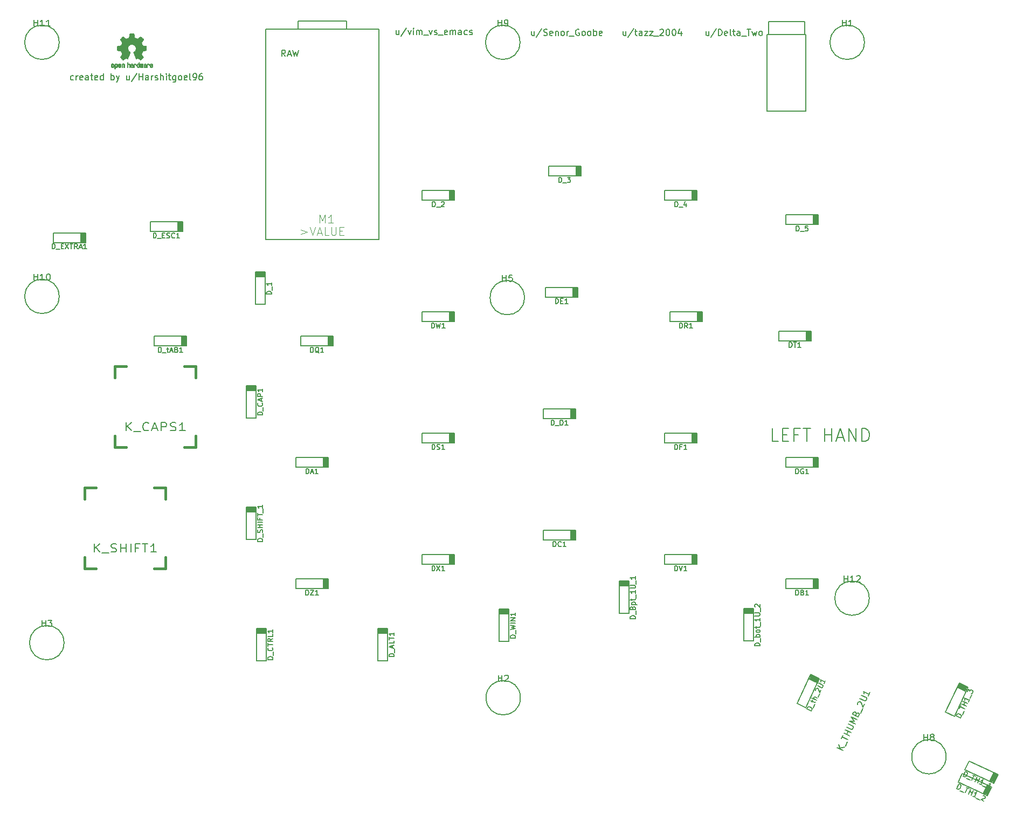
<source format=gbr>
G04 #@! TF.GenerationSoftware,KiCad,Pcbnew,(5.1.5)-3*
G04 #@! TF.CreationDate,2020-03-03T19:55:16+05:30*
G04 #@! TF.ProjectId,ergocape,6572676f-6361-4706-952e-6b696361645f,rev?*
G04 #@! TF.SameCoordinates,Original*
G04 #@! TF.FileFunction,Legend,Top*
G04 #@! TF.FilePolarity,Positive*
%FSLAX46Y46*%
G04 Gerber Fmt 4.6, Leading zero omitted, Abs format (unit mm)*
G04 Created by KiCad (PCBNEW (5.1.5)-3) date 2020-03-03 19:55:16*
%MOMM*%
%LPD*%
G04 APERTURE LIST*
%ADD10C,0.150000*%
%ADD11C,0.127000*%
%ADD12C,0.010000*%
%ADD13C,0.381000*%
%ADD14C,0.101600*%
%ADD15C,0.203200*%
%ADD16C,0.200000*%
G04 APERTURE END LIST*
D10*
X45086238Y-26439761D02*
X44991000Y-26487380D01*
X44800523Y-26487380D01*
X44705285Y-26439761D01*
X44657666Y-26392142D01*
X44610047Y-26296904D01*
X44610047Y-26011190D01*
X44657666Y-25915952D01*
X44705285Y-25868333D01*
X44800523Y-25820714D01*
X44991000Y-25820714D01*
X45086238Y-25868333D01*
X45514809Y-26487380D02*
X45514809Y-25820714D01*
X45514809Y-26011190D02*
X45562428Y-25915952D01*
X45610047Y-25868333D01*
X45705285Y-25820714D01*
X45800523Y-25820714D01*
X46514809Y-26439761D02*
X46419571Y-26487380D01*
X46229095Y-26487380D01*
X46133857Y-26439761D01*
X46086238Y-26344523D01*
X46086238Y-25963571D01*
X46133857Y-25868333D01*
X46229095Y-25820714D01*
X46419571Y-25820714D01*
X46514809Y-25868333D01*
X46562428Y-25963571D01*
X46562428Y-26058809D01*
X46086238Y-26154047D01*
X47419571Y-26487380D02*
X47419571Y-25963571D01*
X47371952Y-25868333D01*
X47276714Y-25820714D01*
X47086238Y-25820714D01*
X46991000Y-25868333D01*
X47419571Y-26439761D02*
X47324333Y-26487380D01*
X47086238Y-26487380D01*
X46991000Y-26439761D01*
X46943380Y-26344523D01*
X46943380Y-26249285D01*
X46991000Y-26154047D01*
X47086238Y-26106428D01*
X47324333Y-26106428D01*
X47419571Y-26058809D01*
X47752904Y-25820714D02*
X48133857Y-25820714D01*
X47895761Y-25487380D02*
X47895761Y-26344523D01*
X47943380Y-26439761D01*
X48038619Y-26487380D01*
X48133857Y-26487380D01*
X48848142Y-26439761D02*
X48752904Y-26487380D01*
X48562428Y-26487380D01*
X48467190Y-26439761D01*
X48419571Y-26344523D01*
X48419571Y-25963571D01*
X48467190Y-25868333D01*
X48562428Y-25820714D01*
X48752904Y-25820714D01*
X48848142Y-25868333D01*
X48895761Y-25963571D01*
X48895761Y-26058809D01*
X48419571Y-26154047D01*
X49752904Y-26487380D02*
X49752904Y-25487380D01*
X49752904Y-26439761D02*
X49657666Y-26487380D01*
X49467190Y-26487380D01*
X49371952Y-26439761D01*
X49324333Y-26392142D01*
X49276714Y-26296904D01*
X49276714Y-26011190D01*
X49324333Y-25915952D01*
X49371952Y-25868333D01*
X49467190Y-25820714D01*
X49657666Y-25820714D01*
X49752904Y-25868333D01*
X50991000Y-26487380D02*
X50991000Y-25487380D01*
X50991000Y-25868333D02*
X51086238Y-25820714D01*
X51276714Y-25820714D01*
X51371952Y-25868333D01*
X51419571Y-25915952D01*
X51467190Y-26011190D01*
X51467190Y-26296904D01*
X51419571Y-26392142D01*
X51371952Y-26439761D01*
X51276714Y-26487380D01*
X51086238Y-26487380D01*
X50991000Y-26439761D01*
X51800523Y-25820714D02*
X52038619Y-26487380D01*
X52276714Y-25820714D02*
X52038619Y-26487380D01*
X51943380Y-26725476D01*
X51895761Y-26773095D01*
X51800523Y-26820714D01*
X53848142Y-25820714D02*
X53848142Y-26487380D01*
X53419571Y-25820714D02*
X53419571Y-26344523D01*
X53467190Y-26439761D01*
X53562428Y-26487380D01*
X53705285Y-26487380D01*
X53800523Y-26439761D01*
X53848142Y-26392142D01*
X55038619Y-25439761D02*
X54181476Y-26725476D01*
X55371952Y-26487380D02*
X55371952Y-25487380D01*
X55371952Y-25963571D02*
X55943380Y-25963571D01*
X55943380Y-26487380D02*
X55943380Y-25487380D01*
X56848142Y-26487380D02*
X56848142Y-25963571D01*
X56800523Y-25868333D01*
X56705285Y-25820714D01*
X56514809Y-25820714D01*
X56419571Y-25868333D01*
X56848142Y-26439761D02*
X56752904Y-26487380D01*
X56514809Y-26487380D01*
X56419571Y-26439761D01*
X56371952Y-26344523D01*
X56371952Y-26249285D01*
X56419571Y-26154047D01*
X56514809Y-26106428D01*
X56752904Y-26106428D01*
X56848142Y-26058809D01*
X57324333Y-26487380D02*
X57324333Y-25820714D01*
X57324333Y-26011190D02*
X57371952Y-25915952D01*
X57419571Y-25868333D01*
X57514809Y-25820714D01*
X57610047Y-25820714D01*
X57895761Y-26439761D02*
X57990999Y-26487380D01*
X58181476Y-26487380D01*
X58276714Y-26439761D01*
X58324333Y-26344523D01*
X58324333Y-26296904D01*
X58276714Y-26201666D01*
X58181476Y-26154047D01*
X58038619Y-26154047D01*
X57943380Y-26106428D01*
X57895761Y-26011190D01*
X57895761Y-25963571D01*
X57943380Y-25868333D01*
X58038619Y-25820714D01*
X58181476Y-25820714D01*
X58276714Y-25868333D01*
X58752904Y-26487380D02*
X58752904Y-25487380D01*
X59181476Y-26487380D02*
X59181476Y-25963571D01*
X59133857Y-25868333D01*
X59038619Y-25820714D01*
X58895761Y-25820714D01*
X58800523Y-25868333D01*
X58752904Y-25915952D01*
X59657666Y-26487380D02*
X59657666Y-25820714D01*
X59657666Y-25487380D02*
X59610047Y-25535000D01*
X59657666Y-25582619D01*
X59705285Y-25535000D01*
X59657666Y-25487380D01*
X59657666Y-25582619D01*
X59990999Y-25820714D02*
X60371952Y-25820714D01*
X60133857Y-25487380D02*
X60133857Y-26344523D01*
X60181476Y-26439761D01*
X60276714Y-26487380D01*
X60371952Y-26487380D01*
X61133857Y-25820714D02*
X61133857Y-26630238D01*
X61086238Y-26725476D01*
X61038619Y-26773095D01*
X60943380Y-26820714D01*
X60800523Y-26820714D01*
X60705285Y-26773095D01*
X61133857Y-26439761D02*
X61038619Y-26487380D01*
X60848142Y-26487380D01*
X60752904Y-26439761D01*
X60705285Y-26392142D01*
X60657666Y-26296904D01*
X60657666Y-26011190D01*
X60705285Y-25915952D01*
X60752904Y-25868333D01*
X60848142Y-25820714D01*
X61038619Y-25820714D01*
X61133857Y-25868333D01*
X61752904Y-26487380D02*
X61657666Y-26439761D01*
X61610047Y-26392142D01*
X61562428Y-26296904D01*
X61562428Y-26011190D01*
X61610047Y-25915952D01*
X61657666Y-25868333D01*
X61752904Y-25820714D01*
X61895761Y-25820714D01*
X61990999Y-25868333D01*
X62038619Y-25915952D01*
X62086238Y-26011190D01*
X62086238Y-26296904D01*
X62038619Y-26392142D01*
X61990999Y-26439761D01*
X61895761Y-26487380D01*
X61752904Y-26487380D01*
X62895761Y-26439761D02*
X62800523Y-26487380D01*
X62610047Y-26487380D01*
X62514809Y-26439761D01*
X62467190Y-26344523D01*
X62467190Y-25963571D01*
X62514809Y-25868333D01*
X62610047Y-25820714D01*
X62800523Y-25820714D01*
X62895761Y-25868333D01*
X62943380Y-25963571D01*
X62943380Y-26058809D01*
X62467190Y-26154047D01*
X63514809Y-26487380D02*
X63419571Y-26439761D01*
X63371952Y-26344523D01*
X63371952Y-25487380D01*
X63943380Y-26487380D02*
X64133857Y-26487380D01*
X64229095Y-26439761D01*
X64276714Y-26392142D01*
X64371952Y-26249285D01*
X64419571Y-26058809D01*
X64419571Y-25677857D01*
X64371952Y-25582619D01*
X64324333Y-25535000D01*
X64229095Y-25487380D01*
X64038619Y-25487380D01*
X63943380Y-25535000D01*
X63895761Y-25582619D01*
X63848142Y-25677857D01*
X63848142Y-25915952D01*
X63895761Y-26011190D01*
X63943380Y-26058809D01*
X64038619Y-26106428D01*
X64229095Y-26106428D01*
X64324333Y-26058809D01*
X64371952Y-26011190D01*
X64419571Y-25915952D01*
X65276714Y-25487380D02*
X65086238Y-25487380D01*
X64990999Y-25535000D01*
X64943380Y-25582619D01*
X64848142Y-25725476D01*
X64800523Y-25915952D01*
X64800523Y-26296904D01*
X64848142Y-26392142D01*
X64895761Y-26439761D01*
X64990999Y-26487380D01*
X65181476Y-26487380D01*
X65276714Y-26439761D01*
X65324333Y-26392142D01*
X65371952Y-26296904D01*
X65371952Y-26058809D01*
X65324333Y-25963571D01*
X65276714Y-25915952D01*
X65181476Y-25868333D01*
X64990999Y-25868333D01*
X64895761Y-25915952D01*
X64848142Y-25963571D01*
X64800523Y-26058809D01*
X96203190Y-18708714D02*
X96203190Y-19375380D01*
X95774619Y-18708714D02*
X95774619Y-19232523D01*
X95822238Y-19327761D01*
X95917476Y-19375380D01*
X96060333Y-19375380D01*
X96155571Y-19327761D01*
X96203190Y-19280142D01*
X97393666Y-18327761D02*
X96536523Y-19613476D01*
X97631761Y-18708714D02*
X97869857Y-19375380D01*
X98107952Y-18708714D01*
X98488904Y-19375380D02*
X98488904Y-18708714D01*
X98488904Y-18375380D02*
X98441285Y-18423000D01*
X98488904Y-18470619D01*
X98536523Y-18423000D01*
X98488904Y-18375380D01*
X98488904Y-18470619D01*
X98965095Y-19375380D02*
X98965095Y-18708714D01*
X98965095Y-18803952D02*
X99012714Y-18756333D01*
X99107952Y-18708714D01*
X99250809Y-18708714D01*
X99346047Y-18756333D01*
X99393666Y-18851571D01*
X99393666Y-19375380D01*
X99393666Y-18851571D02*
X99441285Y-18756333D01*
X99536523Y-18708714D01*
X99679380Y-18708714D01*
X99774619Y-18756333D01*
X99822238Y-18851571D01*
X99822238Y-19375380D01*
X100060333Y-19470619D02*
X100822238Y-19470619D01*
X100965095Y-18708714D02*
X101203190Y-19375380D01*
X101441285Y-18708714D01*
X101774619Y-19327761D02*
X101869857Y-19375380D01*
X102060333Y-19375380D01*
X102155571Y-19327761D01*
X102203190Y-19232523D01*
X102203190Y-19184904D01*
X102155571Y-19089666D01*
X102060333Y-19042047D01*
X101917476Y-19042047D01*
X101822238Y-18994428D01*
X101774619Y-18899190D01*
X101774619Y-18851571D01*
X101822238Y-18756333D01*
X101917476Y-18708714D01*
X102060333Y-18708714D01*
X102155571Y-18756333D01*
X102393666Y-19470619D02*
X103155571Y-19470619D01*
X103774619Y-19327761D02*
X103679380Y-19375380D01*
X103488904Y-19375380D01*
X103393666Y-19327761D01*
X103346047Y-19232523D01*
X103346047Y-18851571D01*
X103393666Y-18756333D01*
X103488904Y-18708714D01*
X103679380Y-18708714D01*
X103774619Y-18756333D01*
X103822238Y-18851571D01*
X103822238Y-18946809D01*
X103346047Y-19042047D01*
X104250809Y-19375380D02*
X104250809Y-18708714D01*
X104250809Y-18803952D02*
X104298428Y-18756333D01*
X104393666Y-18708714D01*
X104536523Y-18708714D01*
X104631761Y-18756333D01*
X104679380Y-18851571D01*
X104679380Y-19375380D01*
X104679380Y-18851571D02*
X104727000Y-18756333D01*
X104822238Y-18708714D01*
X104965095Y-18708714D01*
X105060333Y-18756333D01*
X105107952Y-18851571D01*
X105107952Y-19375380D01*
X106012714Y-19375380D02*
X106012714Y-18851571D01*
X105965095Y-18756333D01*
X105869857Y-18708714D01*
X105679380Y-18708714D01*
X105584142Y-18756333D01*
X106012714Y-19327761D02*
X105917476Y-19375380D01*
X105679380Y-19375380D01*
X105584142Y-19327761D01*
X105536523Y-19232523D01*
X105536523Y-19137285D01*
X105584142Y-19042047D01*
X105679380Y-18994428D01*
X105917476Y-18994428D01*
X106012714Y-18946809D01*
X106917476Y-19327761D02*
X106822238Y-19375380D01*
X106631761Y-19375380D01*
X106536523Y-19327761D01*
X106488904Y-19280142D01*
X106441285Y-19184904D01*
X106441285Y-18899190D01*
X106488904Y-18803952D01*
X106536523Y-18756333D01*
X106631761Y-18708714D01*
X106822238Y-18708714D01*
X106917476Y-18756333D01*
X107298428Y-19327761D02*
X107393666Y-19375380D01*
X107584142Y-19375380D01*
X107679380Y-19327761D01*
X107727000Y-19232523D01*
X107727000Y-19184904D01*
X107679380Y-19089666D01*
X107584142Y-19042047D01*
X107441285Y-19042047D01*
X107346047Y-18994428D01*
X107298428Y-18899190D01*
X107298428Y-18851571D01*
X107346047Y-18756333D01*
X107441285Y-18708714D01*
X107584142Y-18708714D01*
X107679380Y-18756333D01*
X144867809Y-18835714D02*
X144867809Y-19502380D01*
X144439238Y-18835714D02*
X144439238Y-19359523D01*
X144486857Y-19454761D01*
X144582095Y-19502380D01*
X144724952Y-19502380D01*
X144820190Y-19454761D01*
X144867809Y-19407142D01*
X146058285Y-18454761D02*
X145201142Y-19740476D01*
X146391619Y-19502380D02*
X146391619Y-18502380D01*
X146629714Y-18502380D01*
X146772571Y-18550000D01*
X146867809Y-18645238D01*
X146915428Y-18740476D01*
X146963047Y-18930952D01*
X146963047Y-19073809D01*
X146915428Y-19264285D01*
X146867809Y-19359523D01*
X146772571Y-19454761D01*
X146629714Y-19502380D01*
X146391619Y-19502380D01*
X147772571Y-19454761D02*
X147677333Y-19502380D01*
X147486857Y-19502380D01*
X147391619Y-19454761D01*
X147344000Y-19359523D01*
X147344000Y-18978571D01*
X147391619Y-18883333D01*
X147486857Y-18835714D01*
X147677333Y-18835714D01*
X147772571Y-18883333D01*
X147820190Y-18978571D01*
X147820190Y-19073809D01*
X147344000Y-19169047D01*
X148391619Y-19502380D02*
X148296380Y-19454761D01*
X148248761Y-19359523D01*
X148248761Y-18502380D01*
X148629714Y-18835714D02*
X149010666Y-18835714D01*
X148772571Y-18502380D02*
X148772571Y-19359523D01*
X148820190Y-19454761D01*
X148915428Y-19502380D01*
X149010666Y-19502380D01*
X149772571Y-19502380D02*
X149772571Y-18978571D01*
X149724952Y-18883333D01*
X149629714Y-18835714D01*
X149439238Y-18835714D01*
X149344000Y-18883333D01*
X149772571Y-19454761D02*
X149677333Y-19502380D01*
X149439238Y-19502380D01*
X149344000Y-19454761D01*
X149296380Y-19359523D01*
X149296380Y-19264285D01*
X149344000Y-19169047D01*
X149439238Y-19121428D01*
X149677333Y-19121428D01*
X149772571Y-19073809D01*
X150010666Y-19597619D02*
X150772571Y-19597619D01*
X150867809Y-18502380D02*
X151439238Y-18502380D01*
X151153523Y-19502380D02*
X151153523Y-18502380D01*
X151677333Y-18835714D02*
X151867809Y-19502380D01*
X152058285Y-19026190D01*
X152248761Y-19502380D01*
X152439238Y-18835714D01*
X152963047Y-19502380D02*
X152867809Y-19454761D01*
X152820190Y-19407142D01*
X152772571Y-19311904D01*
X152772571Y-19026190D01*
X152820190Y-18930952D01*
X152867809Y-18883333D01*
X152963047Y-18835714D01*
X153105904Y-18835714D01*
X153201142Y-18883333D01*
X153248761Y-18930952D01*
X153296380Y-19026190D01*
X153296380Y-19311904D01*
X153248761Y-19407142D01*
X153201142Y-19454761D01*
X153105904Y-19502380D01*
X152963047Y-19502380D01*
X131874142Y-18835714D02*
X131874142Y-19502380D01*
X131445571Y-18835714D02*
X131445571Y-19359523D01*
X131493190Y-19454761D01*
X131588428Y-19502380D01*
X131731285Y-19502380D01*
X131826523Y-19454761D01*
X131874142Y-19407142D01*
X133064619Y-18454761D02*
X132207476Y-19740476D01*
X133255095Y-18835714D02*
X133636047Y-18835714D01*
X133397952Y-18502380D02*
X133397952Y-19359523D01*
X133445571Y-19454761D01*
X133540809Y-19502380D01*
X133636047Y-19502380D01*
X134397952Y-19502380D02*
X134397952Y-18978571D01*
X134350333Y-18883333D01*
X134255095Y-18835714D01*
X134064619Y-18835714D01*
X133969380Y-18883333D01*
X134397952Y-19454761D02*
X134302714Y-19502380D01*
X134064619Y-19502380D01*
X133969380Y-19454761D01*
X133921761Y-19359523D01*
X133921761Y-19264285D01*
X133969380Y-19169047D01*
X134064619Y-19121428D01*
X134302714Y-19121428D01*
X134397952Y-19073809D01*
X134778904Y-18835714D02*
X135302714Y-18835714D01*
X134778904Y-19502380D01*
X135302714Y-19502380D01*
X135588428Y-18835714D02*
X136112238Y-18835714D01*
X135588428Y-19502380D01*
X136112238Y-19502380D01*
X136255095Y-19597619D02*
X137017000Y-19597619D01*
X137207476Y-18597619D02*
X137255095Y-18550000D01*
X137350333Y-18502380D01*
X137588428Y-18502380D01*
X137683666Y-18550000D01*
X137731285Y-18597619D01*
X137778904Y-18692857D01*
X137778904Y-18788095D01*
X137731285Y-18930952D01*
X137159857Y-19502380D01*
X137778904Y-19502380D01*
X138397952Y-18502380D02*
X138493190Y-18502380D01*
X138588428Y-18550000D01*
X138636047Y-18597619D01*
X138683666Y-18692857D01*
X138731285Y-18883333D01*
X138731285Y-19121428D01*
X138683666Y-19311904D01*
X138636047Y-19407142D01*
X138588428Y-19454761D01*
X138493190Y-19502380D01*
X138397952Y-19502380D01*
X138302714Y-19454761D01*
X138255095Y-19407142D01*
X138207476Y-19311904D01*
X138159857Y-19121428D01*
X138159857Y-18883333D01*
X138207476Y-18692857D01*
X138255095Y-18597619D01*
X138302714Y-18550000D01*
X138397952Y-18502380D01*
X139350333Y-18502380D02*
X139445571Y-18502380D01*
X139540809Y-18550000D01*
X139588428Y-18597619D01*
X139636047Y-18692857D01*
X139683666Y-18883333D01*
X139683666Y-19121428D01*
X139636047Y-19311904D01*
X139588428Y-19407142D01*
X139540809Y-19454761D01*
X139445571Y-19502380D01*
X139350333Y-19502380D01*
X139255095Y-19454761D01*
X139207476Y-19407142D01*
X139159857Y-19311904D01*
X139112238Y-19121428D01*
X139112238Y-18883333D01*
X139159857Y-18692857D01*
X139207476Y-18597619D01*
X139255095Y-18550000D01*
X139350333Y-18502380D01*
X140540809Y-18835714D02*
X140540809Y-19502380D01*
X140302714Y-18454761D02*
X140064619Y-19169047D01*
X140683666Y-19169047D01*
X117459761Y-18835714D02*
X117459761Y-19502380D01*
X117031190Y-18835714D02*
X117031190Y-19359523D01*
X117078809Y-19454761D01*
X117174047Y-19502380D01*
X117316904Y-19502380D01*
X117412142Y-19454761D01*
X117459761Y-19407142D01*
X118650238Y-18454761D02*
X117793095Y-19740476D01*
X118935952Y-19454761D02*
X119078809Y-19502380D01*
X119316904Y-19502380D01*
X119412142Y-19454761D01*
X119459761Y-19407142D01*
X119507380Y-19311904D01*
X119507380Y-19216666D01*
X119459761Y-19121428D01*
X119412142Y-19073809D01*
X119316904Y-19026190D01*
X119126428Y-18978571D01*
X119031190Y-18930952D01*
X118983571Y-18883333D01*
X118935952Y-18788095D01*
X118935952Y-18692857D01*
X118983571Y-18597619D01*
X119031190Y-18550000D01*
X119126428Y-18502380D01*
X119364523Y-18502380D01*
X119507380Y-18550000D01*
X120316904Y-19454761D02*
X120221666Y-19502380D01*
X120031190Y-19502380D01*
X119935952Y-19454761D01*
X119888333Y-19359523D01*
X119888333Y-18978571D01*
X119935952Y-18883333D01*
X120031190Y-18835714D01*
X120221666Y-18835714D01*
X120316904Y-18883333D01*
X120364523Y-18978571D01*
X120364523Y-19073809D01*
X119888333Y-19169047D01*
X120793095Y-18835714D02*
X120793095Y-19502380D01*
X120793095Y-18930952D02*
X120840714Y-18883333D01*
X120935952Y-18835714D01*
X121078809Y-18835714D01*
X121174047Y-18883333D01*
X121221666Y-18978571D01*
X121221666Y-19502380D01*
X121840714Y-19502380D02*
X121745476Y-19454761D01*
X121697857Y-19407142D01*
X121650238Y-19311904D01*
X121650238Y-19026190D01*
X121697857Y-18930952D01*
X121745476Y-18883333D01*
X121840714Y-18835714D01*
X121983571Y-18835714D01*
X122078809Y-18883333D01*
X122126428Y-18930952D01*
X122174047Y-19026190D01*
X122174047Y-19311904D01*
X122126428Y-19407142D01*
X122078809Y-19454761D01*
X121983571Y-19502380D01*
X121840714Y-19502380D01*
X122602619Y-19502380D02*
X122602619Y-18835714D01*
X122602619Y-19026190D02*
X122650238Y-18930952D01*
X122697857Y-18883333D01*
X122793095Y-18835714D01*
X122888333Y-18835714D01*
X122983571Y-19597619D02*
X123745476Y-19597619D01*
X124507380Y-18550000D02*
X124412142Y-18502380D01*
X124269285Y-18502380D01*
X124126428Y-18550000D01*
X124031190Y-18645238D01*
X123983571Y-18740476D01*
X123935952Y-18930952D01*
X123935952Y-19073809D01*
X123983571Y-19264285D01*
X124031190Y-19359523D01*
X124126428Y-19454761D01*
X124269285Y-19502380D01*
X124364523Y-19502380D01*
X124507380Y-19454761D01*
X124555000Y-19407142D01*
X124555000Y-19073809D01*
X124364523Y-19073809D01*
X125126428Y-19502380D02*
X125031190Y-19454761D01*
X124983571Y-19407142D01*
X124935952Y-19311904D01*
X124935952Y-19026190D01*
X124983571Y-18930952D01*
X125031190Y-18883333D01*
X125126428Y-18835714D01*
X125269285Y-18835714D01*
X125364523Y-18883333D01*
X125412142Y-18930952D01*
X125459761Y-19026190D01*
X125459761Y-19311904D01*
X125412142Y-19407142D01*
X125364523Y-19454761D01*
X125269285Y-19502380D01*
X125126428Y-19502380D01*
X126031190Y-19502380D02*
X125935952Y-19454761D01*
X125888333Y-19407142D01*
X125840714Y-19311904D01*
X125840714Y-19026190D01*
X125888333Y-18930952D01*
X125935952Y-18883333D01*
X126031190Y-18835714D01*
X126174047Y-18835714D01*
X126269285Y-18883333D01*
X126316904Y-18930952D01*
X126364523Y-19026190D01*
X126364523Y-19311904D01*
X126316904Y-19407142D01*
X126269285Y-19454761D01*
X126174047Y-19502380D01*
X126031190Y-19502380D01*
X126793095Y-19502380D02*
X126793095Y-18502380D01*
X126793095Y-18883333D02*
X126888333Y-18835714D01*
X127078809Y-18835714D01*
X127174047Y-18883333D01*
X127221666Y-18930952D01*
X127269285Y-19026190D01*
X127269285Y-19311904D01*
X127221666Y-19407142D01*
X127174047Y-19454761D01*
X127078809Y-19502380D01*
X126888333Y-19502380D01*
X126793095Y-19454761D01*
X128078809Y-19454761D02*
X127983571Y-19502380D01*
X127793095Y-19502380D01*
X127697857Y-19454761D01*
X127650238Y-19359523D01*
X127650238Y-18978571D01*
X127697857Y-18883333D01*
X127793095Y-18835714D01*
X127983571Y-18835714D01*
X128078809Y-18883333D01*
X128126428Y-18978571D01*
X128126428Y-19073809D01*
X127650238Y-19169047D01*
X155813952Y-83200761D02*
X154861571Y-83200761D01*
X154861571Y-81200761D01*
X156480619Y-82153142D02*
X157147285Y-82153142D01*
X157433000Y-83200761D02*
X156480619Y-83200761D01*
X156480619Y-81200761D01*
X157433000Y-81200761D01*
X158956809Y-82153142D02*
X158290142Y-82153142D01*
X158290142Y-83200761D02*
X158290142Y-81200761D01*
X159242523Y-81200761D01*
X159718714Y-81200761D02*
X160861571Y-81200761D01*
X160290142Y-83200761D02*
X160290142Y-81200761D01*
X163052047Y-83200761D02*
X163052047Y-81200761D01*
X163052047Y-82153142D02*
X164194904Y-82153142D01*
X164194904Y-83200761D02*
X164194904Y-81200761D01*
X165052047Y-82629333D02*
X166004428Y-82629333D01*
X164861571Y-83200761D02*
X165528238Y-81200761D01*
X166194904Y-83200761D01*
X166861571Y-83200761D02*
X166861571Y-81200761D01*
X168004428Y-83200761D01*
X168004428Y-81200761D01*
X168956809Y-83200761D02*
X168956809Y-81200761D01*
X169433000Y-81200761D01*
X169718714Y-81296000D01*
X169909190Y-81486476D01*
X170004428Y-81676952D01*
X170099666Y-82057904D01*
X170099666Y-82343619D01*
X170004428Y-82724571D01*
X169909190Y-82915047D01*
X169718714Y-83105523D01*
X169433000Y-83200761D01*
X168956809Y-83200761D01*
X160152000Y-19311500D02*
X154052000Y-19311500D01*
X160152000Y-31411500D02*
X154052000Y-31411500D01*
X160152000Y-19311500D02*
X160152000Y-31411500D01*
X154052000Y-19311500D02*
X154052000Y-31411500D01*
X159902000Y-19311500D02*
X159902000Y-17311500D01*
X154302000Y-19311500D02*
X154302000Y-17311500D01*
X159902000Y-17311500D02*
X154302000Y-17311500D01*
D11*
X75234800Y-51536600D02*
X93014800Y-51536600D01*
X93014800Y-18516600D02*
X75234800Y-18516600D01*
X87934800Y-17246600D02*
X87934800Y-18516600D01*
X93014800Y-51536600D02*
X93014800Y-18516600D01*
X80314800Y-18516600D02*
X80314800Y-17246600D01*
X80314800Y-17246600D02*
X87934800Y-17246600D01*
X75234800Y-18516600D02*
X75234800Y-51536600D01*
D10*
X42826077Y-60452000D02*
G75*
G03X42826077Y-60452000I-2694077J0D01*
G01*
X115216077Y-20574000D02*
G75*
G03X115216077Y-20574000I-2694077J0D01*
G01*
X169318077Y-20574000D02*
G75*
G03X169318077Y-20574000I-2694077J0D01*
G01*
X115280077Y-123444000D02*
G75*
G03X115280077Y-123444000I-2694077J0D01*
G01*
X43588077Y-114808000D02*
G75*
G03X43588077Y-114808000I-2694077J0D01*
G01*
X115914077Y-60642500D02*
G75*
G03X115914077Y-60642500I-2694077J0D01*
G01*
X182145077Y-132715000D02*
G75*
G03X182145077Y-132715000I-2694077J0D01*
G01*
X42826077Y-20574000D02*
G75*
G03X42826077Y-20574000I-2694077J0D01*
G01*
X170080077Y-107823000D02*
G75*
G03X170080077Y-107823000I-2694077J0D01*
G01*
D12*
G36*
X54332910Y-19213348D02*
G01*
X54411454Y-19213778D01*
X54468298Y-19214942D01*
X54507105Y-19217207D01*
X54531538Y-19220940D01*
X54545262Y-19226506D01*
X54551940Y-19234273D01*
X54555236Y-19244605D01*
X54555556Y-19245943D01*
X54560562Y-19270079D01*
X54569829Y-19317701D01*
X54582392Y-19383741D01*
X54597287Y-19463128D01*
X54613551Y-19550796D01*
X54614119Y-19553875D01*
X54630410Y-19639789D01*
X54645652Y-19715696D01*
X54658861Y-19777045D01*
X54669054Y-19819282D01*
X54675248Y-19837855D01*
X54675543Y-19838184D01*
X54693788Y-19847253D01*
X54731405Y-19862367D01*
X54780271Y-19880262D01*
X54780543Y-19880358D01*
X54842093Y-19903493D01*
X54914657Y-19932965D01*
X54983057Y-19962597D01*
X54986294Y-19964062D01*
X55097702Y-20014626D01*
X55344399Y-19846160D01*
X55420077Y-19794803D01*
X55488631Y-19748889D01*
X55546088Y-19711030D01*
X55588476Y-19683837D01*
X55611825Y-19669921D01*
X55614042Y-19668889D01*
X55631010Y-19673484D01*
X55662701Y-19695655D01*
X55710352Y-19736447D01*
X55775198Y-19796905D01*
X55841397Y-19861227D01*
X55905214Y-19924612D01*
X55962329Y-19982451D01*
X56009305Y-20031175D01*
X56042703Y-20067210D01*
X56059085Y-20086984D01*
X56059694Y-20088002D01*
X56061505Y-20101572D01*
X56054683Y-20123733D01*
X56037540Y-20157478D01*
X56008393Y-20205800D01*
X55965555Y-20271692D01*
X55908448Y-20356517D01*
X55857766Y-20431177D01*
X55812461Y-20498140D01*
X55775150Y-20553516D01*
X55748452Y-20593420D01*
X55734985Y-20613962D01*
X55734137Y-20615356D01*
X55735781Y-20635038D01*
X55748245Y-20673293D01*
X55769048Y-20722889D01*
X55776462Y-20738728D01*
X55808814Y-20809290D01*
X55843328Y-20889353D01*
X55871365Y-20958629D01*
X55891568Y-21010045D01*
X55907615Y-21049119D01*
X55916888Y-21069541D01*
X55918041Y-21071114D01*
X55935096Y-21073721D01*
X55975298Y-21080863D01*
X56033302Y-21091523D01*
X56103763Y-21104685D01*
X56181335Y-21119333D01*
X56260672Y-21134449D01*
X56336431Y-21149018D01*
X56403264Y-21162022D01*
X56455828Y-21172445D01*
X56488776Y-21179270D01*
X56496857Y-21181199D01*
X56505205Y-21185962D01*
X56511506Y-21196718D01*
X56516045Y-21217098D01*
X56519104Y-21250734D01*
X56520967Y-21301255D01*
X56521918Y-21372292D01*
X56522240Y-21467476D01*
X56522257Y-21506492D01*
X56522257Y-21823799D01*
X56446057Y-21838839D01*
X56403663Y-21846995D01*
X56340400Y-21858899D01*
X56263962Y-21873116D01*
X56182043Y-21888210D01*
X56159400Y-21892355D01*
X56083806Y-21907053D01*
X56017953Y-21921505D01*
X55967366Y-21934375D01*
X55937574Y-21944322D01*
X55932612Y-21947287D01*
X55920426Y-21968283D01*
X55902953Y-22008967D01*
X55883577Y-22061322D01*
X55879734Y-22072600D01*
X55854339Y-22142523D01*
X55822817Y-22221418D01*
X55791969Y-22292266D01*
X55791817Y-22292595D01*
X55740447Y-22403733D01*
X55909399Y-22652253D01*
X56078352Y-22900772D01*
X55861429Y-23118058D01*
X55795819Y-23182726D01*
X55735979Y-23239733D01*
X55685267Y-23286033D01*
X55647046Y-23318584D01*
X55624675Y-23334343D01*
X55621466Y-23335343D01*
X55602626Y-23327469D01*
X55564180Y-23305578D01*
X55510330Y-23272267D01*
X55445276Y-23230131D01*
X55374940Y-23182943D01*
X55303555Y-23134810D01*
X55239908Y-23092928D01*
X55188041Y-23059871D01*
X55151995Y-23038218D01*
X55135867Y-23030543D01*
X55116189Y-23037037D01*
X55078875Y-23054150D01*
X55031621Y-23078326D01*
X55026612Y-23081013D01*
X54962977Y-23112927D01*
X54919341Y-23128579D01*
X54892202Y-23128745D01*
X54878057Y-23114204D01*
X54877975Y-23114000D01*
X54870905Y-23096779D01*
X54854042Y-23055899D01*
X54828695Y-22994525D01*
X54796171Y-22915819D01*
X54757778Y-22822947D01*
X54714822Y-22719072D01*
X54673222Y-22618502D01*
X54627504Y-22507516D01*
X54585526Y-22404703D01*
X54548548Y-22313215D01*
X54517827Y-22236201D01*
X54494622Y-22176815D01*
X54480190Y-22138209D01*
X54475743Y-22123800D01*
X54486896Y-22107272D01*
X54516069Y-22080930D01*
X54554971Y-22051887D01*
X54665757Y-21960039D01*
X54752351Y-21854759D01*
X54813716Y-21738266D01*
X54848815Y-21612776D01*
X54856608Y-21480507D01*
X54850943Y-21419457D01*
X54820078Y-21292795D01*
X54766920Y-21180941D01*
X54694767Y-21085001D01*
X54606917Y-21006076D01*
X54506665Y-20945270D01*
X54397310Y-20903687D01*
X54282147Y-20882428D01*
X54164475Y-20882599D01*
X54047590Y-20905301D01*
X53934789Y-20951638D01*
X53829369Y-21022713D01*
X53785368Y-21062911D01*
X53700979Y-21166129D01*
X53642222Y-21278925D01*
X53608704Y-21398010D01*
X53600035Y-21520095D01*
X53615823Y-21641893D01*
X53655678Y-21760116D01*
X53719207Y-21871475D01*
X53806021Y-21972684D01*
X53903029Y-22051887D01*
X53943437Y-22082162D01*
X53971982Y-22108219D01*
X53982257Y-22123825D01*
X53976877Y-22140843D01*
X53961575Y-22181500D01*
X53937612Y-22242642D01*
X53906244Y-22321119D01*
X53868732Y-22413780D01*
X53826333Y-22517472D01*
X53784663Y-22618526D01*
X53738690Y-22729607D01*
X53696107Y-22832541D01*
X53658221Y-22924165D01*
X53626340Y-23001316D01*
X53601771Y-23060831D01*
X53585820Y-23099544D01*
X53579910Y-23114000D01*
X53565948Y-23128685D01*
X53538940Y-23128642D01*
X53495413Y-23113099D01*
X53431890Y-23081284D01*
X53431388Y-23081013D01*
X53383560Y-23056323D01*
X53344897Y-23038338D01*
X53323095Y-23030614D01*
X53322133Y-23030543D01*
X53305721Y-23038378D01*
X53269487Y-23060165D01*
X53217474Y-23093328D01*
X53153725Y-23135291D01*
X53083060Y-23182943D01*
X53011116Y-23231191D01*
X52946274Y-23273151D01*
X52892735Y-23306227D01*
X52854697Y-23327821D01*
X52836533Y-23335343D01*
X52819808Y-23325457D01*
X52786180Y-23297826D01*
X52739010Y-23255495D01*
X52681658Y-23201505D01*
X52617484Y-23138899D01*
X52596497Y-23117983D01*
X52379499Y-22900623D01*
X52544668Y-22658220D01*
X52594864Y-22583781D01*
X52638919Y-22516972D01*
X52674362Y-22461665D01*
X52698719Y-22421729D01*
X52709522Y-22401036D01*
X52709838Y-22399563D01*
X52704143Y-22380058D01*
X52688826Y-22340822D01*
X52666537Y-22288430D01*
X52650893Y-22253355D01*
X52621641Y-22186201D01*
X52594094Y-22118358D01*
X52572737Y-22061034D01*
X52566935Y-22043572D01*
X52550452Y-21996938D01*
X52534340Y-21960905D01*
X52525490Y-21947287D01*
X52505960Y-21938952D01*
X52463334Y-21927137D01*
X52403145Y-21913181D01*
X52330922Y-21898422D01*
X52298600Y-21892355D01*
X52216522Y-21877273D01*
X52137795Y-21862669D01*
X52070109Y-21849980D01*
X52021160Y-21840642D01*
X52011943Y-21838839D01*
X51935743Y-21823799D01*
X51935743Y-21506492D01*
X51935914Y-21402154D01*
X51936616Y-21323213D01*
X51938134Y-21266038D01*
X51940749Y-21226999D01*
X51944746Y-21202465D01*
X51950409Y-21188805D01*
X51958020Y-21182389D01*
X51961143Y-21181199D01*
X51979978Y-21176980D01*
X52021588Y-21168562D01*
X52080630Y-21156961D01*
X52151757Y-21143195D01*
X52229625Y-21128280D01*
X52308887Y-21113232D01*
X52384198Y-21099069D01*
X52450213Y-21086806D01*
X52501587Y-21077461D01*
X52532975Y-21072050D01*
X52539959Y-21071114D01*
X52546285Y-21058596D01*
X52560290Y-21025246D01*
X52579355Y-20977377D01*
X52586634Y-20958629D01*
X52615996Y-20886195D01*
X52650571Y-20806170D01*
X52681537Y-20738728D01*
X52704323Y-20687159D01*
X52719482Y-20644785D01*
X52724542Y-20618834D01*
X52723736Y-20615356D01*
X52713041Y-20598936D01*
X52688620Y-20562417D01*
X52653095Y-20509687D01*
X52609087Y-20444635D01*
X52559217Y-20371151D01*
X52549356Y-20356645D01*
X52491492Y-20270704D01*
X52448956Y-20205261D01*
X52420054Y-20157304D01*
X52403090Y-20123820D01*
X52396367Y-20101795D01*
X52398190Y-20088217D01*
X52398236Y-20088131D01*
X52412586Y-20070297D01*
X52444323Y-20035817D01*
X52490010Y-19988268D01*
X52546204Y-19931222D01*
X52609468Y-19868255D01*
X52616602Y-19861227D01*
X52696330Y-19784020D01*
X52757857Y-19727330D01*
X52802421Y-19690110D01*
X52831257Y-19671315D01*
X52843958Y-19668889D01*
X52862494Y-19679471D01*
X52900961Y-19703916D01*
X52955386Y-19739612D01*
X53021798Y-19783947D01*
X53096225Y-19834311D01*
X53113601Y-19846160D01*
X53360297Y-20014626D01*
X53471706Y-19964062D01*
X53539457Y-19934595D01*
X53612183Y-19904959D01*
X53674703Y-19881330D01*
X53677457Y-19880358D01*
X53726360Y-19862457D01*
X53764057Y-19847320D01*
X53782425Y-19838210D01*
X53782456Y-19838184D01*
X53788285Y-19821717D01*
X53798192Y-19781219D01*
X53811195Y-19721242D01*
X53826309Y-19646340D01*
X53842552Y-19561064D01*
X53843881Y-19553875D01*
X53860175Y-19466014D01*
X53875133Y-19386260D01*
X53887791Y-19319681D01*
X53897186Y-19271347D01*
X53902354Y-19246325D01*
X53902444Y-19245943D01*
X53905589Y-19235299D01*
X53911704Y-19227262D01*
X53924453Y-19221467D01*
X53947500Y-19217547D01*
X53984509Y-19215135D01*
X54039144Y-19213865D01*
X54115067Y-19213371D01*
X54215944Y-19213286D01*
X54229000Y-19213286D01*
X54332910Y-19213348D01*
G37*
X54332910Y-19213348D02*
X54411454Y-19213778D01*
X54468298Y-19214942D01*
X54507105Y-19217207D01*
X54531538Y-19220940D01*
X54545262Y-19226506D01*
X54551940Y-19234273D01*
X54555236Y-19244605D01*
X54555556Y-19245943D01*
X54560562Y-19270079D01*
X54569829Y-19317701D01*
X54582392Y-19383741D01*
X54597287Y-19463128D01*
X54613551Y-19550796D01*
X54614119Y-19553875D01*
X54630410Y-19639789D01*
X54645652Y-19715696D01*
X54658861Y-19777045D01*
X54669054Y-19819282D01*
X54675248Y-19837855D01*
X54675543Y-19838184D01*
X54693788Y-19847253D01*
X54731405Y-19862367D01*
X54780271Y-19880262D01*
X54780543Y-19880358D01*
X54842093Y-19903493D01*
X54914657Y-19932965D01*
X54983057Y-19962597D01*
X54986294Y-19964062D01*
X55097702Y-20014626D01*
X55344399Y-19846160D01*
X55420077Y-19794803D01*
X55488631Y-19748889D01*
X55546088Y-19711030D01*
X55588476Y-19683837D01*
X55611825Y-19669921D01*
X55614042Y-19668889D01*
X55631010Y-19673484D01*
X55662701Y-19695655D01*
X55710352Y-19736447D01*
X55775198Y-19796905D01*
X55841397Y-19861227D01*
X55905214Y-19924612D01*
X55962329Y-19982451D01*
X56009305Y-20031175D01*
X56042703Y-20067210D01*
X56059085Y-20086984D01*
X56059694Y-20088002D01*
X56061505Y-20101572D01*
X56054683Y-20123733D01*
X56037540Y-20157478D01*
X56008393Y-20205800D01*
X55965555Y-20271692D01*
X55908448Y-20356517D01*
X55857766Y-20431177D01*
X55812461Y-20498140D01*
X55775150Y-20553516D01*
X55748452Y-20593420D01*
X55734985Y-20613962D01*
X55734137Y-20615356D01*
X55735781Y-20635038D01*
X55748245Y-20673293D01*
X55769048Y-20722889D01*
X55776462Y-20738728D01*
X55808814Y-20809290D01*
X55843328Y-20889353D01*
X55871365Y-20958629D01*
X55891568Y-21010045D01*
X55907615Y-21049119D01*
X55916888Y-21069541D01*
X55918041Y-21071114D01*
X55935096Y-21073721D01*
X55975298Y-21080863D01*
X56033302Y-21091523D01*
X56103763Y-21104685D01*
X56181335Y-21119333D01*
X56260672Y-21134449D01*
X56336431Y-21149018D01*
X56403264Y-21162022D01*
X56455828Y-21172445D01*
X56488776Y-21179270D01*
X56496857Y-21181199D01*
X56505205Y-21185962D01*
X56511506Y-21196718D01*
X56516045Y-21217098D01*
X56519104Y-21250734D01*
X56520967Y-21301255D01*
X56521918Y-21372292D01*
X56522240Y-21467476D01*
X56522257Y-21506492D01*
X56522257Y-21823799D01*
X56446057Y-21838839D01*
X56403663Y-21846995D01*
X56340400Y-21858899D01*
X56263962Y-21873116D01*
X56182043Y-21888210D01*
X56159400Y-21892355D01*
X56083806Y-21907053D01*
X56017953Y-21921505D01*
X55967366Y-21934375D01*
X55937574Y-21944322D01*
X55932612Y-21947287D01*
X55920426Y-21968283D01*
X55902953Y-22008967D01*
X55883577Y-22061322D01*
X55879734Y-22072600D01*
X55854339Y-22142523D01*
X55822817Y-22221418D01*
X55791969Y-22292266D01*
X55791817Y-22292595D01*
X55740447Y-22403733D01*
X55909399Y-22652253D01*
X56078352Y-22900772D01*
X55861429Y-23118058D01*
X55795819Y-23182726D01*
X55735979Y-23239733D01*
X55685267Y-23286033D01*
X55647046Y-23318584D01*
X55624675Y-23334343D01*
X55621466Y-23335343D01*
X55602626Y-23327469D01*
X55564180Y-23305578D01*
X55510330Y-23272267D01*
X55445276Y-23230131D01*
X55374940Y-23182943D01*
X55303555Y-23134810D01*
X55239908Y-23092928D01*
X55188041Y-23059871D01*
X55151995Y-23038218D01*
X55135867Y-23030543D01*
X55116189Y-23037037D01*
X55078875Y-23054150D01*
X55031621Y-23078326D01*
X55026612Y-23081013D01*
X54962977Y-23112927D01*
X54919341Y-23128579D01*
X54892202Y-23128745D01*
X54878057Y-23114204D01*
X54877975Y-23114000D01*
X54870905Y-23096779D01*
X54854042Y-23055899D01*
X54828695Y-22994525D01*
X54796171Y-22915819D01*
X54757778Y-22822947D01*
X54714822Y-22719072D01*
X54673222Y-22618502D01*
X54627504Y-22507516D01*
X54585526Y-22404703D01*
X54548548Y-22313215D01*
X54517827Y-22236201D01*
X54494622Y-22176815D01*
X54480190Y-22138209D01*
X54475743Y-22123800D01*
X54486896Y-22107272D01*
X54516069Y-22080930D01*
X54554971Y-22051887D01*
X54665757Y-21960039D01*
X54752351Y-21854759D01*
X54813716Y-21738266D01*
X54848815Y-21612776D01*
X54856608Y-21480507D01*
X54850943Y-21419457D01*
X54820078Y-21292795D01*
X54766920Y-21180941D01*
X54694767Y-21085001D01*
X54606917Y-21006076D01*
X54506665Y-20945270D01*
X54397310Y-20903687D01*
X54282147Y-20882428D01*
X54164475Y-20882599D01*
X54047590Y-20905301D01*
X53934789Y-20951638D01*
X53829369Y-21022713D01*
X53785368Y-21062911D01*
X53700979Y-21166129D01*
X53642222Y-21278925D01*
X53608704Y-21398010D01*
X53600035Y-21520095D01*
X53615823Y-21641893D01*
X53655678Y-21760116D01*
X53719207Y-21871475D01*
X53806021Y-21972684D01*
X53903029Y-22051887D01*
X53943437Y-22082162D01*
X53971982Y-22108219D01*
X53982257Y-22123825D01*
X53976877Y-22140843D01*
X53961575Y-22181500D01*
X53937612Y-22242642D01*
X53906244Y-22321119D01*
X53868732Y-22413780D01*
X53826333Y-22517472D01*
X53784663Y-22618526D01*
X53738690Y-22729607D01*
X53696107Y-22832541D01*
X53658221Y-22924165D01*
X53626340Y-23001316D01*
X53601771Y-23060831D01*
X53585820Y-23099544D01*
X53579910Y-23114000D01*
X53565948Y-23128685D01*
X53538940Y-23128642D01*
X53495413Y-23113099D01*
X53431890Y-23081284D01*
X53431388Y-23081013D01*
X53383560Y-23056323D01*
X53344897Y-23038338D01*
X53323095Y-23030614D01*
X53322133Y-23030543D01*
X53305721Y-23038378D01*
X53269487Y-23060165D01*
X53217474Y-23093328D01*
X53153725Y-23135291D01*
X53083060Y-23182943D01*
X53011116Y-23231191D01*
X52946274Y-23273151D01*
X52892735Y-23306227D01*
X52854697Y-23327821D01*
X52836533Y-23335343D01*
X52819808Y-23325457D01*
X52786180Y-23297826D01*
X52739010Y-23255495D01*
X52681658Y-23201505D01*
X52617484Y-23138899D01*
X52596497Y-23117983D01*
X52379499Y-22900623D01*
X52544668Y-22658220D01*
X52594864Y-22583781D01*
X52638919Y-22516972D01*
X52674362Y-22461665D01*
X52698719Y-22421729D01*
X52709522Y-22401036D01*
X52709838Y-22399563D01*
X52704143Y-22380058D01*
X52688826Y-22340822D01*
X52666537Y-22288430D01*
X52650893Y-22253355D01*
X52621641Y-22186201D01*
X52594094Y-22118358D01*
X52572737Y-22061034D01*
X52566935Y-22043572D01*
X52550452Y-21996938D01*
X52534340Y-21960905D01*
X52525490Y-21947287D01*
X52505960Y-21938952D01*
X52463334Y-21927137D01*
X52403145Y-21913181D01*
X52330922Y-21898422D01*
X52298600Y-21892355D01*
X52216522Y-21877273D01*
X52137795Y-21862669D01*
X52070109Y-21849980D01*
X52021160Y-21840642D01*
X52011943Y-21838839D01*
X51935743Y-21823799D01*
X51935743Y-21506492D01*
X51935914Y-21402154D01*
X51936616Y-21323213D01*
X51938134Y-21266038D01*
X51940749Y-21226999D01*
X51944746Y-21202465D01*
X51950409Y-21188805D01*
X51958020Y-21182389D01*
X51961143Y-21181199D01*
X51979978Y-21176980D01*
X52021588Y-21168562D01*
X52080630Y-21156961D01*
X52151757Y-21143195D01*
X52229625Y-21128280D01*
X52308887Y-21113232D01*
X52384198Y-21099069D01*
X52450213Y-21086806D01*
X52501587Y-21077461D01*
X52532975Y-21072050D01*
X52539959Y-21071114D01*
X52546285Y-21058596D01*
X52560290Y-21025246D01*
X52579355Y-20977377D01*
X52586634Y-20958629D01*
X52615996Y-20886195D01*
X52650571Y-20806170D01*
X52681537Y-20738728D01*
X52704323Y-20687159D01*
X52719482Y-20644785D01*
X52724542Y-20618834D01*
X52723736Y-20615356D01*
X52713041Y-20598936D01*
X52688620Y-20562417D01*
X52653095Y-20509687D01*
X52609087Y-20444635D01*
X52559217Y-20371151D01*
X52549356Y-20356645D01*
X52491492Y-20270704D01*
X52448956Y-20205261D01*
X52420054Y-20157304D01*
X52403090Y-20123820D01*
X52396367Y-20101795D01*
X52398190Y-20088217D01*
X52398236Y-20088131D01*
X52412586Y-20070297D01*
X52444323Y-20035817D01*
X52490010Y-19988268D01*
X52546204Y-19931222D01*
X52609468Y-19868255D01*
X52616602Y-19861227D01*
X52696330Y-19784020D01*
X52757857Y-19727330D01*
X52802421Y-19690110D01*
X52831257Y-19671315D01*
X52843958Y-19668889D01*
X52862494Y-19679471D01*
X52900961Y-19703916D01*
X52955386Y-19739612D01*
X53021798Y-19783947D01*
X53096225Y-19834311D01*
X53113601Y-19846160D01*
X53360297Y-20014626D01*
X53471706Y-19964062D01*
X53539457Y-19934595D01*
X53612183Y-19904959D01*
X53674703Y-19881330D01*
X53677457Y-19880358D01*
X53726360Y-19862457D01*
X53764057Y-19847320D01*
X53782425Y-19838210D01*
X53782456Y-19838184D01*
X53788285Y-19821717D01*
X53798192Y-19781219D01*
X53811195Y-19721242D01*
X53826309Y-19646340D01*
X53842552Y-19561064D01*
X53843881Y-19553875D01*
X53860175Y-19466014D01*
X53875133Y-19386260D01*
X53887791Y-19319681D01*
X53897186Y-19271347D01*
X53902354Y-19246325D01*
X53902444Y-19245943D01*
X53905589Y-19235299D01*
X53911704Y-19227262D01*
X53924453Y-19221467D01*
X53947500Y-19217547D01*
X53984509Y-19215135D01*
X54039144Y-19213865D01*
X54115067Y-19213371D01*
X54215944Y-19213286D01*
X54229000Y-19213286D01*
X54332910Y-19213348D01*
G36*
X57382595Y-23937966D02*
G01*
X57440021Y-23975497D01*
X57467719Y-24009096D01*
X57489662Y-24070064D01*
X57491405Y-24118308D01*
X57487457Y-24182816D01*
X57338686Y-24247934D01*
X57266349Y-24281202D01*
X57219084Y-24307964D01*
X57194507Y-24331144D01*
X57190237Y-24353667D01*
X57203889Y-24378455D01*
X57218943Y-24394886D01*
X57262746Y-24421235D01*
X57310389Y-24423081D01*
X57354145Y-24402546D01*
X57386289Y-24361752D01*
X57392038Y-24347347D01*
X57419576Y-24302356D01*
X57451258Y-24283182D01*
X57494714Y-24266779D01*
X57494714Y-24328966D01*
X57490872Y-24371283D01*
X57475823Y-24406969D01*
X57444280Y-24447943D01*
X57439592Y-24453267D01*
X57404506Y-24489720D01*
X57374347Y-24509283D01*
X57336615Y-24518283D01*
X57305335Y-24521230D01*
X57249385Y-24521965D01*
X57209555Y-24512660D01*
X57184708Y-24498846D01*
X57145656Y-24468467D01*
X57118625Y-24435613D01*
X57101517Y-24394294D01*
X57092238Y-24338521D01*
X57088693Y-24262305D01*
X57088410Y-24223622D01*
X57089372Y-24177247D01*
X57177007Y-24177247D01*
X57178023Y-24202126D01*
X57180556Y-24206200D01*
X57197274Y-24200665D01*
X57233249Y-24186017D01*
X57281331Y-24165190D01*
X57291386Y-24160714D01*
X57352152Y-24129814D01*
X57385632Y-24102657D01*
X57392990Y-24077220D01*
X57375391Y-24051481D01*
X57360856Y-24040109D01*
X57308410Y-24017364D01*
X57259322Y-24021122D01*
X57218227Y-24048884D01*
X57189758Y-24098152D01*
X57180631Y-24137257D01*
X57177007Y-24177247D01*
X57089372Y-24177247D01*
X57090285Y-24133249D01*
X57097196Y-24066384D01*
X57110884Y-24017695D01*
X57133096Y-23981849D01*
X57165574Y-23953513D01*
X57179733Y-23944355D01*
X57244053Y-23920507D01*
X57314473Y-23919006D01*
X57382595Y-23937966D01*
G37*
X57382595Y-23937966D02*
X57440021Y-23975497D01*
X57467719Y-24009096D01*
X57489662Y-24070064D01*
X57491405Y-24118308D01*
X57487457Y-24182816D01*
X57338686Y-24247934D01*
X57266349Y-24281202D01*
X57219084Y-24307964D01*
X57194507Y-24331144D01*
X57190237Y-24353667D01*
X57203889Y-24378455D01*
X57218943Y-24394886D01*
X57262746Y-24421235D01*
X57310389Y-24423081D01*
X57354145Y-24402546D01*
X57386289Y-24361752D01*
X57392038Y-24347347D01*
X57419576Y-24302356D01*
X57451258Y-24283182D01*
X57494714Y-24266779D01*
X57494714Y-24328966D01*
X57490872Y-24371283D01*
X57475823Y-24406969D01*
X57444280Y-24447943D01*
X57439592Y-24453267D01*
X57404506Y-24489720D01*
X57374347Y-24509283D01*
X57336615Y-24518283D01*
X57305335Y-24521230D01*
X57249385Y-24521965D01*
X57209555Y-24512660D01*
X57184708Y-24498846D01*
X57145656Y-24468467D01*
X57118625Y-24435613D01*
X57101517Y-24394294D01*
X57092238Y-24338521D01*
X57088693Y-24262305D01*
X57088410Y-24223622D01*
X57089372Y-24177247D01*
X57177007Y-24177247D01*
X57178023Y-24202126D01*
X57180556Y-24206200D01*
X57197274Y-24200665D01*
X57233249Y-24186017D01*
X57281331Y-24165190D01*
X57291386Y-24160714D01*
X57352152Y-24129814D01*
X57385632Y-24102657D01*
X57392990Y-24077220D01*
X57375391Y-24051481D01*
X57360856Y-24040109D01*
X57308410Y-24017364D01*
X57259322Y-24021122D01*
X57218227Y-24048884D01*
X57189758Y-24098152D01*
X57180631Y-24137257D01*
X57177007Y-24177247D01*
X57089372Y-24177247D01*
X57090285Y-24133249D01*
X57097196Y-24066384D01*
X57110884Y-24017695D01*
X57133096Y-23981849D01*
X57165574Y-23953513D01*
X57179733Y-23944355D01*
X57244053Y-23920507D01*
X57314473Y-23919006D01*
X57382595Y-23937966D01*
G36*
X56881600Y-23929752D02*
G01*
X56898948Y-23937334D01*
X56940356Y-23970128D01*
X56975765Y-24017547D01*
X56997664Y-24068151D01*
X57001229Y-24093098D01*
X56989279Y-24127927D01*
X56963067Y-24146357D01*
X56934964Y-24157516D01*
X56922095Y-24159572D01*
X56915829Y-24144649D01*
X56903456Y-24112175D01*
X56898028Y-24097502D01*
X56867590Y-24046744D01*
X56823520Y-24021427D01*
X56767010Y-24022206D01*
X56762825Y-24023203D01*
X56732655Y-24037507D01*
X56710476Y-24065393D01*
X56695327Y-24110287D01*
X56686250Y-24175615D01*
X56682286Y-24264804D01*
X56681914Y-24312261D01*
X56681730Y-24387071D01*
X56680522Y-24438069D01*
X56677309Y-24470471D01*
X56671109Y-24489495D01*
X56660940Y-24500356D01*
X56645819Y-24508272D01*
X56644946Y-24508670D01*
X56615828Y-24520981D01*
X56601403Y-24525514D01*
X56599186Y-24511809D01*
X56597289Y-24473925D01*
X56595847Y-24416715D01*
X56594998Y-24345027D01*
X56594829Y-24292565D01*
X56595692Y-24191047D01*
X56599070Y-24114032D01*
X56606142Y-24057023D01*
X56618088Y-24015526D01*
X56636090Y-23985043D01*
X56661327Y-23961080D01*
X56686247Y-23944355D01*
X56746171Y-23922097D01*
X56815911Y-23917076D01*
X56881600Y-23929752D01*
G37*
X56881600Y-23929752D02*
X56898948Y-23937334D01*
X56940356Y-23970128D01*
X56975765Y-24017547D01*
X56997664Y-24068151D01*
X57001229Y-24093098D01*
X56989279Y-24127927D01*
X56963067Y-24146357D01*
X56934964Y-24157516D01*
X56922095Y-24159572D01*
X56915829Y-24144649D01*
X56903456Y-24112175D01*
X56898028Y-24097502D01*
X56867590Y-24046744D01*
X56823520Y-24021427D01*
X56767010Y-24022206D01*
X56762825Y-24023203D01*
X56732655Y-24037507D01*
X56710476Y-24065393D01*
X56695327Y-24110287D01*
X56686250Y-24175615D01*
X56682286Y-24264804D01*
X56681914Y-24312261D01*
X56681730Y-24387071D01*
X56680522Y-24438069D01*
X56677309Y-24470471D01*
X56671109Y-24489495D01*
X56660940Y-24500356D01*
X56645819Y-24508272D01*
X56644946Y-24508670D01*
X56615828Y-24520981D01*
X56601403Y-24525514D01*
X56599186Y-24511809D01*
X56597289Y-24473925D01*
X56595847Y-24416715D01*
X56594998Y-24345027D01*
X56594829Y-24292565D01*
X56595692Y-24191047D01*
X56599070Y-24114032D01*
X56606142Y-24057023D01*
X56618088Y-24015526D01*
X56636090Y-23985043D01*
X56661327Y-23961080D01*
X56686247Y-23944355D01*
X56746171Y-23922097D01*
X56815911Y-23917076D01*
X56881600Y-23929752D01*
G36*
X56373876Y-23927335D02*
G01*
X56415667Y-23946344D01*
X56448469Y-23969378D01*
X56472503Y-23995133D01*
X56489097Y-24028358D01*
X56499577Y-24073800D01*
X56505271Y-24136207D01*
X56507507Y-24220327D01*
X56507743Y-24275721D01*
X56507743Y-24491826D01*
X56470774Y-24508670D01*
X56441656Y-24520981D01*
X56427231Y-24525514D01*
X56424472Y-24512025D01*
X56422282Y-24475653D01*
X56420942Y-24422542D01*
X56420657Y-24380372D01*
X56419434Y-24319447D01*
X56416136Y-24271115D01*
X56411321Y-24241518D01*
X56407496Y-24235229D01*
X56381783Y-24241652D01*
X56341418Y-24258125D01*
X56294679Y-24280458D01*
X56249845Y-24304457D01*
X56215193Y-24325930D01*
X56199002Y-24340685D01*
X56198938Y-24340845D01*
X56200330Y-24368152D01*
X56212818Y-24394219D01*
X56234743Y-24415392D01*
X56266743Y-24422474D01*
X56294092Y-24421649D01*
X56332826Y-24421042D01*
X56353158Y-24430116D01*
X56365369Y-24454092D01*
X56366909Y-24458613D01*
X56372203Y-24492806D01*
X56358047Y-24513568D01*
X56321148Y-24523462D01*
X56281289Y-24525292D01*
X56209562Y-24511727D01*
X56172432Y-24492355D01*
X56126576Y-24446845D01*
X56102256Y-24390983D01*
X56100073Y-24331957D01*
X56120629Y-24276953D01*
X56151549Y-24242486D01*
X56182420Y-24223189D01*
X56230942Y-24198759D01*
X56287485Y-24173985D01*
X56296910Y-24170199D01*
X56359019Y-24142791D01*
X56394822Y-24118634D01*
X56406337Y-24094619D01*
X56395580Y-24067635D01*
X56377114Y-24046543D01*
X56333469Y-24020572D01*
X56285446Y-24018624D01*
X56241406Y-24038637D01*
X56209709Y-24078551D01*
X56205549Y-24088848D01*
X56181327Y-24126724D01*
X56145965Y-24154842D01*
X56101343Y-24177917D01*
X56101343Y-24112485D01*
X56103969Y-24072506D01*
X56115230Y-24040997D01*
X56140199Y-24007378D01*
X56164169Y-23981484D01*
X56201441Y-23944817D01*
X56230401Y-23925121D01*
X56261505Y-23917220D01*
X56296713Y-23915914D01*
X56373876Y-23927335D01*
G37*
X56373876Y-23927335D02*
X56415667Y-23946344D01*
X56448469Y-23969378D01*
X56472503Y-23995133D01*
X56489097Y-24028358D01*
X56499577Y-24073800D01*
X56505271Y-24136207D01*
X56507507Y-24220327D01*
X56507743Y-24275721D01*
X56507743Y-24491826D01*
X56470774Y-24508670D01*
X56441656Y-24520981D01*
X56427231Y-24525514D01*
X56424472Y-24512025D01*
X56422282Y-24475653D01*
X56420942Y-24422542D01*
X56420657Y-24380372D01*
X56419434Y-24319447D01*
X56416136Y-24271115D01*
X56411321Y-24241518D01*
X56407496Y-24235229D01*
X56381783Y-24241652D01*
X56341418Y-24258125D01*
X56294679Y-24280458D01*
X56249845Y-24304457D01*
X56215193Y-24325930D01*
X56199002Y-24340685D01*
X56198938Y-24340845D01*
X56200330Y-24368152D01*
X56212818Y-24394219D01*
X56234743Y-24415392D01*
X56266743Y-24422474D01*
X56294092Y-24421649D01*
X56332826Y-24421042D01*
X56353158Y-24430116D01*
X56365369Y-24454092D01*
X56366909Y-24458613D01*
X56372203Y-24492806D01*
X56358047Y-24513568D01*
X56321148Y-24523462D01*
X56281289Y-24525292D01*
X56209562Y-24511727D01*
X56172432Y-24492355D01*
X56126576Y-24446845D01*
X56102256Y-24390983D01*
X56100073Y-24331957D01*
X56120629Y-24276953D01*
X56151549Y-24242486D01*
X56182420Y-24223189D01*
X56230942Y-24198759D01*
X56287485Y-24173985D01*
X56296910Y-24170199D01*
X56359019Y-24142791D01*
X56394822Y-24118634D01*
X56406337Y-24094619D01*
X56395580Y-24067635D01*
X56377114Y-24046543D01*
X56333469Y-24020572D01*
X56285446Y-24018624D01*
X56241406Y-24038637D01*
X56209709Y-24078551D01*
X56205549Y-24088848D01*
X56181327Y-24126724D01*
X56145965Y-24154842D01*
X56101343Y-24177917D01*
X56101343Y-24112485D01*
X56103969Y-24072506D01*
X56115230Y-24040997D01*
X56140199Y-24007378D01*
X56164169Y-23981484D01*
X56201441Y-23944817D01*
X56230401Y-23925121D01*
X56261505Y-23917220D01*
X56296713Y-23915914D01*
X56373876Y-23927335D01*
G36*
X56008833Y-23929663D02*
G01*
X56011048Y-23967850D01*
X56012784Y-24025886D01*
X56013899Y-24099180D01*
X56014257Y-24176055D01*
X56014257Y-24436196D01*
X55968326Y-24482127D01*
X55936675Y-24510429D01*
X55908890Y-24521893D01*
X55870915Y-24521168D01*
X55855840Y-24519321D01*
X55808726Y-24513948D01*
X55769756Y-24510869D01*
X55760257Y-24510585D01*
X55728233Y-24512445D01*
X55682432Y-24517114D01*
X55664674Y-24519321D01*
X55621057Y-24522735D01*
X55591745Y-24515320D01*
X55562680Y-24492427D01*
X55552188Y-24482127D01*
X55506257Y-24436196D01*
X55506257Y-23949602D01*
X55543226Y-23932758D01*
X55575059Y-23920282D01*
X55593683Y-23915914D01*
X55598458Y-23929718D01*
X55602921Y-23968286D01*
X55606775Y-24027356D01*
X55609722Y-24102663D01*
X55611143Y-24166286D01*
X55615114Y-24416657D01*
X55649759Y-24421556D01*
X55681268Y-24418131D01*
X55696708Y-24407041D01*
X55701023Y-24386308D01*
X55704708Y-24342145D01*
X55707469Y-24280146D01*
X55709012Y-24205909D01*
X55709235Y-24167706D01*
X55709457Y-23947783D01*
X55755166Y-23931849D01*
X55787518Y-23921015D01*
X55805115Y-23915962D01*
X55805623Y-23915914D01*
X55807388Y-23929648D01*
X55809329Y-23967730D01*
X55811282Y-24025482D01*
X55813084Y-24098227D01*
X55814343Y-24166286D01*
X55818314Y-24416657D01*
X55905400Y-24416657D01*
X55909396Y-24188240D01*
X55913392Y-23959822D01*
X55955847Y-23937868D01*
X55987192Y-23922793D01*
X56005744Y-23915951D01*
X56006279Y-23915914D01*
X56008833Y-23929663D01*
G37*
X56008833Y-23929663D02*
X56011048Y-23967850D01*
X56012784Y-24025886D01*
X56013899Y-24099180D01*
X56014257Y-24176055D01*
X56014257Y-24436196D01*
X55968326Y-24482127D01*
X55936675Y-24510429D01*
X55908890Y-24521893D01*
X55870915Y-24521168D01*
X55855840Y-24519321D01*
X55808726Y-24513948D01*
X55769756Y-24510869D01*
X55760257Y-24510585D01*
X55728233Y-24512445D01*
X55682432Y-24517114D01*
X55664674Y-24519321D01*
X55621057Y-24522735D01*
X55591745Y-24515320D01*
X55562680Y-24492427D01*
X55552188Y-24482127D01*
X55506257Y-24436196D01*
X55506257Y-23949602D01*
X55543226Y-23932758D01*
X55575059Y-23920282D01*
X55593683Y-23915914D01*
X55598458Y-23929718D01*
X55602921Y-23968286D01*
X55606775Y-24027356D01*
X55609722Y-24102663D01*
X55611143Y-24166286D01*
X55615114Y-24416657D01*
X55649759Y-24421556D01*
X55681268Y-24418131D01*
X55696708Y-24407041D01*
X55701023Y-24386308D01*
X55704708Y-24342145D01*
X55707469Y-24280146D01*
X55709012Y-24205909D01*
X55709235Y-24167706D01*
X55709457Y-23947783D01*
X55755166Y-23931849D01*
X55787518Y-23921015D01*
X55805115Y-23915962D01*
X55805623Y-23915914D01*
X55807388Y-23929648D01*
X55809329Y-23967730D01*
X55811282Y-24025482D01*
X55813084Y-24098227D01*
X55814343Y-24166286D01*
X55818314Y-24416657D01*
X55905400Y-24416657D01*
X55909396Y-24188240D01*
X55913392Y-23959822D01*
X55955847Y-23937868D01*
X55987192Y-23922793D01*
X56005744Y-23915951D01*
X56006279Y-23915914D01*
X56008833Y-23929663D01*
G36*
X55419117Y-24036358D02*
G01*
X55418933Y-24144837D01*
X55418219Y-24228287D01*
X55416675Y-24290704D01*
X55414001Y-24336085D01*
X55409894Y-24368429D01*
X55404055Y-24391733D01*
X55396182Y-24409995D01*
X55390221Y-24420418D01*
X55340855Y-24476945D01*
X55278264Y-24512377D01*
X55209013Y-24525090D01*
X55139668Y-24513463D01*
X55098375Y-24492568D01*
X55055025Y-24456422D01*
X55025481Y-24412276D01*
X55007655Y-24354462D01*
X54999463Y-24277313D01*
X54998302Y-24220714D01*
X54998458Y-24216647D01*
X55099857Y-24216647D01*
X55100476Y-24281550D01*
X55103314Y-24324514D01*
X55109840Y-24352622D01*
X55121523Y-24372953D01*
X55135483Y-24388288D01*
X55182365Y-24417890D01*
X55232701Y-24420419D01*
X55280276Y-24395705D01*
X55283979Y-24392356D01*
X55299783Y-24374935D01*
X55309693Y-24354209D01*
X55315058Y-24323362D01*
X55317228Y-24275577D01*
X55317571Y-24222748D01*
X55316827Y-24156381D01*
X55313748Y-24112106D01*
X55307061Y-24083009D01*
X55295496Y-24062173D01*
X55286013Y-24051107D01*
X55241960Y-24023198D01*
X55191224Y-24019843D01*
X55142796Y-24041159D01*
X55133450Y-24049073D01*
X55117540Y-24066647D01*
X55107610Y-24087587D01*
X55102278Y-24118782D01*
X55100163Y-24167122D01*
X55099857Y-24216647D01*
X54998458Y-24216647D01*
X55001810Y-24129568D01*
X55013726Y-24061086D01*
X55036135Y-24009600D01*
X55071124Y-23969443D01*
X55098375Y-23948861D01*
X55147907Y-23926625D01*
X55205316Y-23916304D01*
X55258682Y-23919067D01*
X55288543Y-23930212D01*
X55300261Y-23933383D01*
X55308037Y-23921557D01*
X55313465Y-23889866D01*
X55317571Y-23841593D01*
X55322067Y-23787829D01*
X55328313Y-23755482D01*
X55339676Y-23736985D01*
X55359528Y-23724770D01*
X55372000Y-23719362D01*
X55419171Y-23699601D01*
X55419117Y-24036358D01*
G37*
X55419117Y-24036358D02*
X55418933Y-24144837D01*
X55418219Y-24228287D01*
X55416675Y-24290704D01*
X55414001Y-24336085D01*
X55409894Y-24368429D01*
X55404055Y-24391733D01*
X55396182Y-24409995D01*
X55390221Y-24420418D01*
X55340855Y-24476945D01*
X55278264Y-24512377D01*
X55209013Y-24525090D01*
X55139668Y-24513463D01*
X55098375Y-24492568D01*
X55055025Y-24456422D01*
X55025481Y-24412276D01*
X55007655Y-24354462D01*
X54999463Y-24277313D01*
X54998302Y-24220714D01*
X54998458Y-24216647D01*
X55099857Y-24216647D01*
X55100476Y-24281550D01*
X55103314Y-24324514D01*
X55109840Y-24352622D01*
X55121523Y-24372953D01*
X55135483Y-24388288D01*
X55182365Y-24417890D01*
X55232701Y-24420419D01*
X55280276Y-24395705D01*
X55283979Y-24392356D01*
X55299783Y-24374935D01*
X55309693Y-24354209D01*
X55315058Y-24323362D01*
X55317228Y-24275577D01*
X55317571Y-24222748D01*
X55316827Y-24156381D01*
X55313748Y-24112106D01*
X55307061Y-24083009D01*
X55295496Y-24062173D01*
X55286013Y-24051107D01*
X55241960Y-24023198D01*
X55191224Y-24019843D01*
X55142796Y-24041159D01*
X55133450Y-24049073D01*
X55117540Y-24066647D01*
X55107610Y-24087587D01*
X55102278Y-24118782D01*
X55100163Y-24167122D01*
X55099857Y-24216647D01*
X54998458Y-24216647D01*
X55001810Y-24129568D01*
X55013726Y-24061086D01*
X55036135Y-24009600D01*
X55071124Y-23969443D01*
X55098375Y-23948861D01*
X55147907Y-23926625D01*
X55205316Y-23916304D01*
X55258682Y-23919067D01*
X55288543Y-23930212D01*
X55300261Y-23933383D01*
X55308037Y-23921557D01*
X55313465Y-23889866D01*
X55317571Y-23841593D01*
X55322067Y-23787829D01*
X55328313Y-23755482D01*
X55339676Y-23736985D01*
X55359528Y-23724770D01*
X55372000Y-23719362D01*
X55419171Y-23699601D01*
X55419117Y-24036358D01*
G36*
X54758926Y-23920755D02*
G01*
X54824858Y-23945084D01*
X54878273Y-23988117D01*
X54899164Y-24018409D01*
X54921939Y-24073994D01*
X54921466Y-24114186D01*
X54897562Y-24141217D01*
X54888717Y-24145813D01*
X54850530Y-24160144D01*
X54831028Y-24156472D01*
X54824422Y-24132407D01*
X54824086Y-24119114D01*
X54811992Y-24070210D01*
X54780471Y-24035999D01*
X54736659Y-24019476D01*
X54687695Y-24023634D01*
X54647894Y-24045227D01*
X54634450Y-24057544D01*
X54624921Y-24072487D01*
X54618485Y-24095075D01*
X54614317Y-24130328D01*
X54611597Y-24183266D01*
X54609502Y-24258907D01*
X54608960Y-24282857D01*
X54606981Y-24364790D01*
X54604731Y-24422455D01*
X54601357Y-24460608D01*
X54596006Y-24484004D01*
X54587824Y-24497398D01*
X54575959Y-24505545D01*
X54568362Y-24509144D01*
X54536102Y-24521452D01*
X54517111Y-24525514D01*
X54510836Y-24511948D01*
X54507006Y-24470934D01*
X54505600Y-24401999D01*
X54506598Y-24304669D01*
X54506908Y-24289657D01*
X54509101Y-24200859D01*
X54511693Y-24136019D01*
X54515382Y-24090067D01*
X54520864Y-24057935D01*
X54528835Y-24034553D01*
X54539993Y-24014852D01*
X54545830Y-24006410D01*
X54579296Y-23969057D01*
X54616727Y-23940003D01*
X54621309Y-23937467D01*
X54688426Y-23917443D01*
X54758926Y-23920755D01*
G37*
X54758926Y-23920755D02*
X54824858Y-23945084D01*
X54878273Y-23988117D01*
X54899164Y-24018409D01*
X54921939Y-24073994D01*
X54921466Y-24114186D01*
X54897562Y-24141217D01*
X54888717Y-24145813D01*
X54850530Y-24160144D01*
X54831028Y-24156472D01*
X54824422Y-24132407D01*
X54824086Y-24119114D01*
X54811992Y-24070210D01*
X54780471Y-24035999D01*
X54736659Y-24019476D01*
X54687695Y-24023634D01*
X54647894Y-24045227D01*
X54634450Y-24057544D01*
X54624921Y-24072487D01*
X54618485Y-24095075D01*
X54614317Y-24130328D01*
X54611597Y-24183266D01*
X54609502Y-24258907D01*
X54608960Y-24282857D01*
X54606981Y-24364790D01*
X54604731Y-24422455D01*
X54601357Y-24460608D01*
X54596006Y-24484004D01*
X54587824Y-24497398D01*
X54575959Y-24505545D01*
X54568362Y-24509144D01*
X54536102Y-24521452D01*
X54517111Y-24525514D01*
X54510836Y-24511948D01*
X54507006Y-24470934D01*
X54505600Y-24401999D01*
X54506598Y-24304669D01*
X54506908Y-24289657D01*
X54509101Y-24200859D01*
X54511693Y-24136019D01*
X54515382Y-24090067D01*
X54520864Y-24057935D01*
X54528835Y-24034553D01*
X54539993Y-24014852D01*
X54545830Y-24006410D01*
X54579296Y-23969057D01*
X54616727Y-23940003D01*
X54621309Y-23937467D01*
X54688426Y-23917443D01*
X54758926Y-23920755D01*
G36*
X54268744Y-23921968D02*
G01*
X54325616Y-23943087D01*
X54326267Y-23943493D01*
X54361440Y-23969380D01*
X54387407Y-23999633D01*
X54405670Y-24039058D01*
X54417732Y-24092462D01*
X54425096Y-24164651D01*
X54429264Y-24260432D01*
X54429629Y-24274078D01*
X54434876Y-24479842D01*
X54390716Y-24502678D01*
X54358763Y-24518110D01*
X54339470Y-24525423D01*
X54338578Y-24525514D01*
X54335239Y-24512022D01*
X54332587Y-24475626D01*
X54330956Y-24422452D01*
X54330600Y-24379393D01*
X54330592Y-24309641D01*
X54327403Y-24265837D01*
X54316288Y-24244944D01*
X54292501Y-24243925D01*
X54251296Y-24259741D01*
X54189086Y-24288815D01*
X54143341Y-24312963D01*
X54119813Y-24333913D01*
X54112896Y-24356747D01*
X54112886Y-24357877D01*
X54124299Y-24397212D01*
X54158092Y-24418462D01*
X54209809Y-24421539D01*
X54247061Y-24421006D01*
X54266703Y-24431735D01*
X54278952Y-24457505D01*
X54286002Y-24490337D01*
X54275842Y-24508966D01*
X54272017Y-24511632D01*
X54236001Y-24522340D01*
X54185566Y-24523856D01*
X54133626Y-24516759D01*
X54096822Y-24503788D01*
X54045938Y-24460585D01*
X54017014Y-24400446D01*
X54011286Y-24353462D01*
X54015657Y-24311082D01*
X54031475Y-24276488D01*
X54062797Y-24245763D01*
X54113678Y-24214990D01*
X54188176Y-24180252D01*
X54192714Y-24178288D01*
X54259821Y-24147287D01*
X54301232Y-24121862D01*
X54318981Y-24099014D01*
X54315107Y-24075745D01*
X54291643Y-24049056D01*
X54284627Y-24042914D01*
X54237630Y-24019100D01*
X54188933Y-24020103D01*
X54146522Y-24043451D01*
X54118384Y-24086675D01*
X54115769Y-24095160D01*
X54090308Y-24136308D01*
X54058001Y-24156128D01*
X54011286Y-24175770D01*
X54011286Y-24124950D01*
X54025496Y-24051082D01*
X54067675Y-23983327D01*
X54089624Y-23960661D01*
X54139517Y-23931569D01*
X54202967Y-23918400D01*
X54268744Y-23921968D01*
G37*
X54268744Y-23921968D02*
X54325616Y-23943087D01*
X54326267Y-23943493D01*
X54361440Y-23969380D01*
X54387407Y-23999633D01*
X54405670Y-24039058D01*
X54417732Y-24092462D01*
X54425096Y-24164651D01*
X54429264Y-24260432D01*
X54429629Y-24274078D01*
X54434876Y-24479842D01*
X54390716Y-24502678D01*
X54358763Y-24518110D01*
X54339470Y-24525423D01*
X54338578Y-24525514D01*
X54335239Y-24512022D01*
X54332587Y-24475626D01*
X54330956Y-24422452D01*
X54330600Y-24379393D01*
X54330592Y-24309641D01*
X54327403Y-24265837D01*
X54316288Y-24244944D01*
X54292501Y-24243925D01*
X54251296Y-24259741D01*
X54189086Y-24288815D01*
X54143341Y-24312963D01*
X54119813Y-24333913D01*
X54112896Y-24356747D01*
X54112886Y-24357877D01*
X54124299Y-24397212D01*
X54158092Y-24418462D01*
X54209809Y-24421539D01*
X54247061Y-24421006D01*
X54266703Y-24431735D01*
X54278952Y-24457505D01*
X54286002Y-24490337D01*
X54275842Y-24508966D01*
X54272017Y-24511632D01*
X54236001Y-24522340D01*
X54185566Y-24523856D01*
X54133626Y-24516759D01*
X54096822Y-24503788D01*
X54045938Y-24460585D01*
X54017014Y-24400446D01*
X54011286Y-24353462D01*
X54015657Y-24311082D01*
X54031475Y-24276488D01*
X54062797Y-24245763D01*
X54113678Y-24214990D01*
X54188176Y-24180252D01*
X54192714Y-24178288D01*
X54259821Y-24147287D01*
X54301232Y-24121862D01*
X54318981Y-24099014D01*
X54315107Y-24075745D01*
X54291643Y-24049056D01*
X54284627Y-24042914D01*
X54237630Y-24019100D01*
X54188933Y-24020103D01*
X54146522Y-24043451D01*
X54118384Y-24086675D01*
X54115769Y-24095160D01*
X54090308Y-24136308D01*
X54058001Y-24156128D01*
X54011286Y-24175770D01*
X54011286Y-24124950D01*
X54025496Y-24051082D01*
X54067675Y-23983327D01*
X54089624Y-23960661D01*
X54139517Y-23931569D01*
X54202967Y-23918400D01*
X54268744Y-23921968D01*
G36*
X53604886Y-23822289D02*
G01*
X53609139Y-23881613D01*
X53614025Y-23916572D01*
X53620795Y-23931820D01*
X53630702Y-23932015D01*
X53633914Y-23930195D01*
X53676644Y-23917015D01*
X53732227Y-23917785D01*
X53788737Y-23931333D01*
X53824082Y-23948861D01*
X53860321Y-23976861D01*
X53886813Y-24008549D01*
X53904999Y-24048813D01*
X53916322Y-24102543D01*
X53922222Y-24174626D01*
X53924143Y-24269951D01*
X53924177Y-24288237D01*
X53924200Y-24493646D01*
X53878491Y-24509580D01*
X53846027Y-24520420D01*
X53828215Y-24525468D01*
X53827691Y-24525514D01*
X53825937Y-24511828D01*
X53824444Y-24474076D01*
X53823326Y-24417224D01*
X53822697Y-24346234D01*
X53822600Y-24303073D01*
X53822398Y-24217973D01*
X53821358Y-24156981D01*
X53818831Y-24115177D01*
X53814164Y-24087642D01*
X53806707Y-24069456D01*
X53795811Y-24055698D01*
X53789007Y-24049073D01*
X53742272Y-24022375D01*
X53691272Y-24020375D01*
X53645001Y-24042955D01*
X53636444Y-24051107D01*
X53623893Y-24066436D01*
X53615188Y-24084618D01*
X53609631Y-24110909D01*
X53606526Y-24150562D01*
X53605176Y-24208832D01*
X53604886Y-24289173D01*
X53604886Y-24493646D01*
X53559177Y-24509580D01*
X53526713Y-24520420D01*
X53508901Y-24525468D01*
X53508377Y-24525514D01*
X53507037Y-24511623D01*
X53505828Y-24472439D01*
X53504801Y-24411700D01*
X53504002Y-24333141D01*
X53503481Y-24240498D01*
X53503286Y-24137509D01*
X53503286Y-23740342D01*
X53550457Y-23720444D01*
X53597629Y-23700547D01*
X53604886Y-23822289D01*
G37*
X53604886Y-23822289D02*
X53609139Y-23881613D01*
X53614025Y-23916572D01*
X53620795Y-23931820D01*
X53630702Y-23932015D01*
X53633914Y-23930195D01*
X53676644Y-23917015D01*
X53732227Y-23917785D01*
X53788737Y-23931333D01*
X53824082Y-23948861D01*
X53860321Y-23976861D01*
X53886813Y-24008549D01*
X53904999Y-24048813D01*
X53916322Y-24102543D01*
X53922222Y-24174626D01*
X53924143Y-24269951D01*
X53924177Y-24288237D01*
X53924200Y-24493646D01*
X53878491Y-24509580D01*
X53846027Y-24520420D01*
X53828215Y-24525468D01*
X53827691Y-24525514D01*
X53825937Y-24511828D01*
X53824444Y-24474076D01*
X53823326Y-24417224D01*
X53822697Y-24346234D01*
X53822600Y-24303073D01*
X53822398Y-24217973D01*
X53821358Y-24156981D01*
X53818831Y-24115177D01*
X53814164Y-24087642D01*
X53806707Y-24069456D01*
X53795811Y-24055698D01*
X53789007Y-24049073D01*
X53742272Y-24022375D01*
X53691272Y-24020375D01*
X53645001Y-24042955D01*
X53636444Y-24051107D01*
X53623893Y-24066436D01*
X53615188Y-24084618D01*
X53609631Y-24110909D01*
X53606526Y-24150562D01*
X53605176Y-24208832D01*
X53604886Y-24289173D01*
X53604886Y-24493646D01*
X53559177Y-24509580D01*
X53526713Y-24520420D01*
X53508901Y-24525468D01*
X53508377Y-24525514D01*
X53507037Y-24511623D01*
X53505828Y-24472439D01*
X53504801Y-24411700D01*
X53504002Y-24333141D01*
X53503481Y-24240498D01*
X53503286Y-24137509D01*
X53503286Y-23740342D01*
X53550457Y-23720444D01*
X53597629Y-23700547D01*
X53604886Y-23822289D01*
G36*
X52397303Y-23902239D02*
G01*
X52454527Y-23940735D01*
X52498749Y-23996335D01*
X52525167Y-24067086D01*
X52530510Y-24119162D01*
X52529903Y-24140893D01*
X52524822Y-24157531D01*
X52510855Y-24172437D01*
X52483589Y-24188973D01*
X52438612Y-24210498D01*
X52371511Y-24240374D01*
X52371171Y-24240524D01*
X52309407Y-24268813D01*
X52258759Y-24293933D01*
X52224404Y-24313179D01*
X52211518Y-24323848D01*
X52211514Y-24323934D01*
X52222872Y-24347166D01*
X52249431Y-24372774D01*
X52279923Y-24391221D01*
X52295370Y-24394886D01*
X52337515Y-24382212D01*
X52373808Y-24350471D01*
X52391517Y-24315572D01*
X52408552Y-24289845D01*
X52441922Y-24260546D01*
X52481149Y-24235235D01*
X52515756Y-24221471D01*
X52522993Y-24220714D01*
X52531139Y-24233160D01*
X52531630Y-24264972D01*
X52525643Y-24307866D01*
X52514357Y-24353558D01*
X52498950Y-24393761D01*
X52498171Y-24395322D01*
X52451804Y-24460062D01*
X52391711Y-24504097D01*
X52323465Y-24525711D01*
X52252638Y-24523185D01*
X52184804Y-24494804D01*
X52181788Y-24492808D01*
X52128427Y-24444448D01*
X52093340Y-24381352D01*
X52073922Y-24298387D01*
X52071316Y-24275078D01*
X52066701Y-24165055D01*
X52072233Y-24113748D01*
X52211514Y-24113748D01*
X52213324Y-24145753D01*
X52223222Y-24155093D01*
X52247898Y-24148105D01*
X52286795Y-24131587D01*
X52330275Y-24110881D01*
X52331356Y-24110333D01*
X52368209Y-24090949D01*
X52383000Y-24078013D01*
X52379353Y-24064451D01*
X52363995Y-24046632D01*
X52324923Y-24020845D01*
X52282846Y-24018950D01*
X52245103Y-24037717D01*
X52219034Y-24073915D01*
X52211514Y-24113748D01*
X52072233Y-24113748D01*
X52076194Y-24077027D01*
X52100550Y-24007212D01*
X52134456Y-23958302D01*
X52195653Y-23908878D01*
X52263063Y-23884359D01*
X52331880Y-23882797D01*
X52397303Y-23902239D01*
G37*
X52397303Y-23902239D02*
X52454527Y-23940735D01*
X52498749Y-23996335D01*
X52525167Y-24067086D01*
X52530510Y-24119162D01*
X52529903Y-24140893D01*
X52524822Y-24157531D01*
X52510855Y-24172437D01*
X52483589Y-24188973D01*
X52438612Y-24210498D01*
X52371511Y-24240374D01*
X52371171Y-24240524D01*
X52309407Y-24268813D01*
X52258759Y-24293933D01*
X52224404Y-24313179D01*
X52211518Y-24323848D01*
X52211514Y-24323934D01*
X52222872Y-24347166D01*
X52249431Y-24372774D01*
X52279923Y-24391221D01*
X52295370Y-24394886D01*
X52337515Y-24382212D01*
X52373808Y-24350471D01*
X52391517Y-24315572D01*
X52408552Y-24289845D01*
X52441922Y-24260546D01*
X52481149Y-24235235D01*
X52515756Y-24221471D01*
X52522993Y-24220714D01*
X52531139Y-24233160D01*
X52531630Y-24264972D01*
X52525643Y-24307866D01*
X52514357Y-24353558D01*
X52498950Y-24393761D01*
X52498171Y-24395322D01*
X52451804Y-24460062D01*
X52391711Y-24504097D01*
X52323465Y-24525711D01*
X52252638Y-24523185D01*
X52184804Y-24494804D01*
X52181788Y-24492808D01*
X52128427Y-24444448D01*
X52093340Y-24381352D01*
X52073922Y-24298387D01*
X52071316Y-24275078D01*
X52066701Y-24165055D01*
X52072233Y-24113748D01*
X52211514Y-24113748D01*
X52213324Y-24145753D01*
X52223222Y-24155093D01*
X52247898Y-24148105D01*
X52286795Y-24131587D01*
X52330275Y-24110881D01*
X52331356Y-24110333D01*
X52368209Y-24090949D01*
X52383000Y-24078013D01*
X52379353Y-24064451D01*
X52363995Y-24046632D01*
X52324923Y-24020845D01*
X52282846Y-24018950D01*
X52245103Y-24037717D01*
X52219034Y-24073915D01*
X52211514Y-24113748D01*
X52072233Y-24113748D01*
X52076194Y-24077027D01*
X52100550Y-24007212D01*
X52134456Y-23958302D01*
X52195653Y-23908878D01*
X52263063Y-23884359D01*
X52331880Y-23882797D01*
X52397303Y-23902239D01*
G36*
X51270115Y-23892962D02*
G01*
X51338145Y-23928733D01*
X51388351Y-23986301D01*
X51406185Y-24023312D01*
X51420063Y-24078882D01*
X51427167Y-24149096D01*
X51427840Y-24225727D01*
X51422427Y-24300552D01*
X51411270Y-24365342D01*
X51394714Y-24411873D01*
X51389626Y-24419887D01*
X51329355Y-24479707D01*
X51257769Y-24515535D01*
X51180092Y-24526020D01*
X51101548Y-24509810D01*
X51079689Y-24500092D01*
X51037122Y-24470143D01*
X50999763Y-24430433D01*
X50996232Y-24425397D01*
X50981881Y-24401124D01*
X50972394Y-24375178D01*
X50966790Y-24341022D01*
X50964086Y-24292119D01*
X50963299Y-24221935D01*
X50963286Y-24206200D01*
X50963322Y-24201192D01*
X51108429Y-24201192D01*
X51109273Y-24267430D01*
X51112596Y-24311386D01*
X51119583Y-24339779D01*
X51131416Y-24359325D01*
X51137457Y-24365857D01*
X51172186Y-24390680D01*
X51205903Y-24389548D01*
X51239995Y-24368016D01*
X51260329Y-24345029D01*
X51272371Y-24311478D01*
X51279134Y-24258569D01*
X51279598Y-24252399D01*
X51280752Y-24156513D01*
X51268688Y-24085299D01*
X51243570Y-24039194D01*
X51205560Y-24018635D01*
X51191992Y-24017514D01*
X51156364Y-24023152D01*
X51131994Y-24042686D01*
X51117093Y-24080042D01*
X51109875Y-24139150D01*
X51108429Y-24201192D01*
X50963322Y-24201192D01*
X50963826Y-24131413D01*
X50966096Y-24079159D01*
X50971068Y-24042949D01*
X50979713Y-24016299D01*
X50993005Y-23992722D01*
X50995943Y-23988338D01*
X51045313Y-23929249D01*
X51099109Y-23894947D01*
X51164602Y-23881331D01*
X51186842Y-23880665D01*
X51270115Y-23892962D01*
G37*
X51270115Y-23892962D02*
X51338145Y-23928733D01*
X51388351Y-23986301D01*
X51406185Y-24023312D01*
X51420063Y-24078882D01*
X51427167Y-24149096D01*
X51427840Y-24225727D01*
X51422427Y-24300552D01*
X51411270Y-24365342D01*
X51394714Y-24411873D01*
X51389626Y-24419887D01*
X51329355Y-24479707D01*
X51257769Y-24515535D01*
X51180092Y-24526020D01*
X51101548Y-24509810D01*
X51079689Y-24500092D01*
X51037122Y-24470143D01*
X50999763Y-24430433D01*
X50996232Y-24425397D01*
X50981881Y-24401124D01*
X50972394Y-24375178D01*
X50966790Y-24341022D01*
X50964086Y-24292119D01*
X50963299Y-24221935D01*
X50963286Y-24206200D01*
X50963322Y-24201192D01*
X51108429Y-24201192D01*
X51109273Y-24267430D01*
X51112596Y-24311386D01*
X51119583Y-24339779D01*
X51131416Y-24359325D01*
X51137457Y-24365857D01*
X51172186Y-24390680D01*
X51205903Y-24389548D01*
X51239995Y-24368016D01*
X51260329Y-24345029D01*
X51272371Y-24311478D01*
X51279134Y-24258569D01*
X51279598Y-24252399D01*
X51280752Y-24156513D01*
X51268688Y-24085299D01*
X51243570Y-24039194D01*
X51205560Y-24018635D01*
X51191992Y-24017514D01*
X51156364Y-24023152D01*
X51131994Y-24042686D01*
X51117093Y-24080042D01*
X51109875Y-24139150D01*
X51108429Y-24201192D01*
X50963322Y-24201192D01*
X50963826Y-24131413D01*
X50966096Y-24079159D01*
X50971068Y-24042949D01*
X50979713Y-24016299D01*
X50993005Y-23992722D01*
X50995943Y-23988338D01*
X51045313Y-23929249D01*
X51099109Y-23894947D01*
X51164602Y-23881331D01*
X51186842Y-23880665D01*
X51270115Y-23892962D01*
G36*
X52945093Y-23898780D02*
G01*
X52991672Y-23925723D01*
X53024057Y-23952466D01*
X53047742Y-23980484D01*
X53064059Y-24014748D01*
X53074339Y-24060227D01*
X53079914Y-24121892D01*
X53082116Y-24204711D01*
X53082371Y-24264246D01*
X53082371Y-24483391D01*
X53020686Y-24511044D01*
X52959000Y-24538697D01*
X52951743Y-24298670D01*
X52948744Y-24209028D01*
X52945598Y-24143962D01*
X52941701Y-24099026D01*
X52936447Y-24069770D01*
X52929231Y-24051748D01*
X52919450Y-24040511D01*
X52916312Y-24038079D01*
X52868761Y-24019083D01*
X52820697Y-24026600D01*
X52792086Y-24046543D01*
X52780447Y-24060675D01*
X52772391Y-24079220D01*
X52767271Y-24107334D01*
X52764441Y-24150173D01*
X52763256Y-24212895D01*
X52763057Y-24278261D01*
X52763018Y-24360268D01*
X52761614Y-24418316D01*
X52756914Y-24457465D01*
X52746987Y-24482780D01*
X52729903Y-24499323D01*
X52703732Y-24512156D01*
X52668775Y-24525491D01*
X52630596Y-24540007D01*
X52635141Y-24282389D01*
X52636971Y-24189519D01*
X52639112Y-24120889D01*
X52642181Y-24071711D01*
X52646794Y-24037198D01*
X52653568Y-24012562D01*
X52663119Y-23993016D01*
X52674634Y-23975770D01*
X52730190Y-23920680D01*
X52797980Y-23888822D01*
X52871713Y-23881191D01*
X52945093Y-23898780D01*
G37*
X52945093Y-23898780D02*
X52991672Y-23925723D01*
X53024057Y-23952466D01*
X53047742Y-23980484D01*
X53064059Y-24014748D01*
X53074339Y-24060227D01*
X53079914Y-24121892D01*
X53082116Y-24204711D01*
X53082371Y-24264246D01*
X53082371Y-24483391D01*
X53020686Y-24511044D01*
X52959000Y-24538697D01*
X52951743Y-24298670D01*
X52948744Y-24209028D01*
X52945598Y-24143962D01*
X52941701Y-24099026D01*
X52936447Y-24069770D01*
X52929231Y-24051748D01*
X52919450Y-24040511D01*
X52916312Y-24038079D01*
X52868761Y-24019083D01*
X52820697Y-24026600D01*
X52792086Y-24046543D01*
X52780447Y-24060675D01*
X52772391Y-24079220D01*
X52767271Y-24107334D01*
X52764441Y-24150173D01*
X52763256Y-24212895D01*
X52763057Y-24278261D01*
X52763018Y-24360268D01*
X52761614Y-24418316D01*
X52756914Y-24457465D01*
X52746987Y-24482780D01*
X52729903Y-24499323D01*
X52703732Y-24512156D01*
X52668775Y-24525491D01*
X52630596Y-24540007D01*
X52635141Y-24282389D01*
X52636971Y-24189519D01*
X52639112Y-24120889D01*
X52642181Y-24071711D01*
X52646794Y-24037198D01*
X52653568Y-24012562D01*
X52663119Y-23993016D01*
X52674634Y-23975770D01*
X52730190Y-23920680D01*
X52797980Y-23888822D01*
X52871713Y-23881191D01*
X52945093Y-23898780D01*
G36*
X51828744Y-23890918D02*
G01*
X51884201Y-23918568D01*
X51933148Y-23969480D01*
X51946629Y-23988338D01*
X51961314Y-24013015D01*
X51970842Y-24039816D01*
X51976293Y-24075587D01*
X51978747Y-24127169D01*
X51979286Y-24195267D01*
X51976852Y-24288588D01*
X51968394Y-24358657D01*
X51952174Y-24410931D01*
X51926454Y-24450869D01*
X51889497Y-24483929D01*
X51886782Y-24485886D01*
X51850360Y-24505908D01*
X51806502Y-24515815D01*
X51750724Y-24518257D01*
X51660048Y-24518257D01*
X51660010Y-24606283D01*
X51659166Y-24655308D01*
X51654024Y-24684065D01*
X51640587Y-24701311D01*
X51614858Y-24715808D01*
X51608679Y-24718769D01*
X51579764Y-24732648D01*
X51557376Y-24741414D01*
X51540729Y-24742171D01*
X51529036Y-24732023D01*
X51521510Y-24708073D01*
X51517366Y-24667426D01*
X51515815Y-24607186D01*
X51516071Y-24524455D01*
X51517349Y-24416339D01*
X51517748Y-24384000D01*
X51519185Y-24272524D01*
X51520472Y-24199603D01*
X51659971Y-24199603D01*
X51660755Y-24261499D01*
X51664240Y-24301997D01*
X51672124Y-24328708D01*
X51686105Y-24349244D01*
X51695597Y-24359260D01*
X51734404Y-24388567D01*
X51768763Y-24390952D01*
X51804216Y-24366750D01*
X51805114Y-24365857D01*
X51819539Y-24347153D01*
X51828313Y-24321732D01*
X51832739Y-24282584D01*
X51834118Y-24222697D01*
X51834143Y-24209430D01*
X51830812Y-24126901D01*
X51819969Y-24069691D01*
X51800340Y-24034766D01*
X51770650Y-24019094D01*
X51753491Y-24017514D01*
X51712766Y-24024926D01*
X51684832Y-24049330D01*
X51668017Y-24093980D01*
X51660650Y-24162130D01*
X51659971Y-24199603D01*
X51520472Y-24199603D01*
X51520708Y-24186245D01*
X51522677Y-24121333D01*
X51525450Y-24073958D01*
X51529388Y-24040290D01*
X51534849Y-24016498D01*
X51542192Y-23998753D01*
X51551777Y-23983224D01*
X51555887Y-23977381D01*
X51610405Y-23922185D01*
X51679336Y-23890890D01*
X51759072Y-23882165D01*
X51828744Y-23890918D01*
G37*
X51828744Y-23890918D02*
X51884201Y-23918568D01*
X51933148Y-23969480D01*
X51946629Y-23988338D01*
X51961314Y-24013015D01*
X51970842Y-24039816D01*
X51976293Y-24075587D01*
X51978747Y-24127169D01*
X51979286Y-24195267D01*
X51976852Y-24288588D01*
X51968394Y-24358657D01*
X51952174Y-24410931D01*
X51926454Y-24450869D01*
X51889497Y-24483929D01*
X51886782Y-24485886D01*
X51850360Y-24505908D01*
X51806502Y-24515815D01*
X51750724Y-24518257D01*
X51660048Y-24518257D01*
X51660010Y-24606283D01*
X51659166Y-24655308D01*
X51654024Y-24684065D01*
X51640587Y-24701311D01*
X51614858Y-24715808D01*
X51608679Y-24718769D01*
X51579764Y-24732648D01*
X51557376Y-24741414D01*
X51540729Y-24742171D01*
X51529036Y-24732023D01*
X51521510Y-24708073D01*
X51517366Y-24667426D01*
X51515815Y-24607186D01*
X51516071Y-24524455D01*
X51517349Y-24416339D01*
X51517748Y-24384000D01*
X51519185Y-24272524D01*
X51520472Y-24199603D01*
X51659971Y-24199603D01*
X51660755Y-24261499D01*
X51664240Y-24301997D01*
X51672124Y-24328708D01*
X51686105Y-24349244D01*
X51695597Y-24359260D01*
X51734404Y-24388567D01*
X51768763Y-24390952D01*
X51804216Y-24366750D01*
X51805114Y-24365857D01*
X51819539Y-24347153D01*
X51828313Y-24321732D01*
X51832739Y-24282584D01*
X51834118Y-24222697D01*
X51834143Y-24209430D01*
X51830812Y-24126901D01*
X51819969Y-24069691D01*
X51800340Y-24034766D01*
X51770650Y-24019094D01*
X51753491Y-24017514D01*
X51712766Y-24024926D01*
X51684832Y-24049330D01*
X51668017Y-24093980D01*
X51660650Y-24162130D01*
X51659971Y-24199603D01*
X51520472Y-24199603D01*
X51520708Y-24186245D01*
X51522677Y-24121333D01*
X51525450Y-24073958D01*
X51529388Y-24040290D01*
X51534849Y-24016498D01*
X51542192Y-23998753D01*
X51551777Y-23983224D01*
X51555887Y-23977381D01*
X51610405Y-23922185D01*
X51679336Y-23890890D01*
X51759072Y-23882165D01*
X51828744Y-23890918D01*
D10*
X119698000Y-41560800D02*
X120206000Y-41560800D01*
X119698000Y-41560800D02*
X124778000Y-41560800D01*
X124778000Y-41560800D02*
X124778000Y-40036800D01*
X124778000Y-40036800D02*
X119698000Y-40036800D01*
X119698000Y-40036800D02*
X119698000Y-41560800D01*
X119698000Y-41560800D02*
X120206000Y-41560800D01*
X124397000Y-41560800D02*
X124397000Y-40036800D01*
X124524000Y-40036800D02*
X124524000Y-41560800D01*
X124651000Y-41560800D02*
X124651000Y-40036800D01*
X124270000Y-40036800D02*
X124270000Y-41560800D01*
X124143000Y-41560800D02*
X124143000Y-40036800D01*
X124016000Y-41560800D02*
X124016000Y-40036800D01*
X75184000Y-61722000D02*
X75184000Y-61214000D01*
X75184000Y-61722000D02*
X75184000Y-56642000D01*
X75184000Y-56642000D02*
X73660000Y-56642000D01*
X73660000Y-56642000D02*
X73660000Y-61722000D01*
X73660000Y-61722000D02*
X75184000Y-61722000D01*
X75184000Y-61722000D02*
X75184000Y-61214000D01*
X75184000Y-57023000D02*
X73660000Y-57023000D01*
X73660000Y-56896000D02*
X75184000Y-56896000D01*
X75184000Y-56769000D02*
X73660000Y-56769000D01*
X73660000Y-57150000D02*
X75184000Y-57150000D01*
X75184000Y-57277000D02*
X73660000Y-57277000D01*
X75184000Y-57404000D02*
X73660000Y-57404000D01*
X99854000Y-45370800D02*
X100362000Y-45370800D01*
X99854000Y-45370800D02*
X104934000Y-45370800D01*
X104934000Y-45370800D02*
X104934000Y-43846800D01*
X104934000Y-43846800D02*
X99854000Y-43846800D01*
X99854000Y-43846800D02*
X99854000Y-45370800D01*
X99854000Y-45370800D02*
X100362000Y-45370800D01*
X104553000Y-45370800D02*
X104553000Y-43846800D01*
X104680000Y-43846800D02*
X104680000Y-45370800D01*
X104807000Y-45370800D02*
X104807000Y-43846800D01*
X104426000Y-43846800D02*
X104426000Y-45370800D01*
X104299000Y-45370800D02*
X104299000Y-43846800D01*
X104172000Y-45370800D02*
X104172000Y-43846800D01*
X137954000Y-45370800D02*
X138462000Y-45370800D01*
X137954000Y-45370800D02*
X143034000Y-45370800D01*
X143034000Y-45370800D02*
X143034000Y-43846800D01*
X143034000Y-43846800D02*
X137954000Y-43846800D01*
X137954000Y-43846800D02*
X137954000Y-45370800D01*
X137954000Y-45370800D02*
X138462000Y-45370800D01*
X142653000Y-45370800D02*
X142653000Y-43846800D01*
X142780000Y-43846800D02*
X142780000Y-45370800D01*
X142907000Y-45370800D02*
X142907000Y-43846800D01*
X142526000Y-43846800D02*
X142526000Y-45370800D01*
X142399000Y-45370800D02*
X142399000Y-43846800D01*
X142272000Y-45370800D02*
X142272000Y-43846800D01*
X157004000Y-49180800D02*
X157512000Y-49180800D01*
X157004000Y-49180800D02*
X162084000Y-49180800D01*
X162084000Y-49180800D02*
X162084000Y-47656800D01*
X162084000Y-47656800D02*
X157004000Y-47656800D01*
X157004000Y-47656800D02*
X157004000Y-49180800D01*
X157004000Y-49180800D02*
X157512000Y-49180800D01*
X161703000Y-49180800D02*
X161703000Y-47656800D01*
X161830000Y-47656800D02*
X161830000Y-49180800D01*
X161957000Y-49180800D02*
X161957000Y-47656800D01*
X161576000Y-47656800D02*
X161576000Y-49180800D01*
X161449000Y-49180800D02*
X161449000Y-47656800D01*
X161322000Y-49180800D02*
X161322000Y-47656800D01*
X94424500Y-117634000D02*
X94424500Y-117126000D01*
X94424500Y-117634000D02*
X94424500Y-112554000D01*
X94424500Y-112554000D02*
X92900500Y-112554000D01*
X92900500Y-112554000D02*
X92900500Y-117634000D01*
X92900500Y-117634000D02*
X94424500Y-117634000D01*
X94424500Y-117634000D02*
X94424500Y-117126000D01*
X94424500Y-112935000D02*
X92900500Y-112935000D01*
X92900500Y-112808000D02*
X94424500Y-112808000D01*
X94424500Y-112681000D02*
X92900500Y-112681000D01*
X92900500Y-113062000D02*
X94424500Y-113062000D01*
X94424500Y-113189000D02*
X92900500Y-113189000D01*
X94424500Y-113316000D02*
X92900500Y-113316000D01*
X151892000Y-114554000D02*
X151892000Y-114046000D01*
X151892000Y-114554000D02*
X151892000Y-109474000D01*
X151892000Y-109474000D02*
X150368000Y-109474000D01*
X150368000Y-109474000D02*
X150368000Y-114554000D01*
X150368000Y-114554000D02*
X151892000Y-114554000D01*
X151892000Y-114554000D02*
X151892000Y-114046000D01*
X151892000Y-109855000D02*
X150368000Y-109855000D01*
X150368000Y-109728000D02*
X151892000Y-109728000D01*
X151892000Y-109601000D02*
X150368000Y-109601000D01*
X150368000Y-109982000D02*
X151892000Y-109982000D01*
X151892000Y-110109000D02*
X150368000Y-110109000D01*
X151892000Y-110236000D02*
X150368000Y-110236000D01*
X132334000Y-110236000D02*
X132334000Y-109728000D01*
X132334000Y-110236000D02*
X132334000Y-105156000D01*
X132334000Y-105156000D02*
X130810000Y-105156000D01*
X130810000Y-105156000D02*
X130810000Y-110236000D01*
X130810000Y-110236000D02*
X132334000Y-110236000D01*
X132334000Y-110236000D02*
X132334000Y-109728000D01*
X132334000Y-105537000D02*
X130810000Y-105537000D01*
X130810000Y-105410000D02*
X132334000Y-105410000D01*
X132334000Y-105283000D02*
X130810000Y-105283000D01*
X130810000Y-105664000D02*
X132334000Y-105664000D01*
X132334000Y-105791000D02*
X130810000Y-105791000D01*
X132334000Y-105918000D02*
X130810000Y-105918000D01*
X73787000Y-79533800D02*
X73787000Y-79025800D01*
X73787000Y-79533800D02*
X73787000Y-74453800D01*
X73787000Y-74453800D02*
X72263000Y-74453800D01*
X72263000Y-74453800D02*
X72263000Y-79533800D01*
X72263000Y-79533800D02*
X73787000Y-79533800D01*
X73787000Y-79533800D02*
X73787000Y-79025800D01*
X73787000Y-74834800D02*
X72263000Y-74834800D01*
X72263000Y-74707800D02*
X73787000Y-74707800D01*
X73787000Y-74580800D02*
X72263000Y-74580800D01*
X72263000Y-74961800D02*
X73787000Y-74961800D01*
X73787000Y-75088800D02*
X72263000Y-75088800D01*
X73787000Y-75215800D02*
X72263000Y-75215800D01*
X75374500Y-117634000D02*
X75374500Y-117126000D01*
X75374500Y-117634000D02*
X75374500Y-112554000D01*
X75374500Y-112554000D02*
X73850500Y-112554000D01*
X73850500Y-112554000D02*
X73850500Y-117634000D01*
X73850500Y-117634000D02*
X75374500Y-117634000D01*
X75374500Y-117634000D02*
X75374500Y-117126000D01*
X75374500Y-112935000D02*
X73850500Y-112935000D01*
X73850500Y-112808000D02*
X75374500Y-112808000D01*
X75374500Y-112681000D02*
X73850500Y-112681000D01*
X73850500Y-113062000D02*
X75374500Y-113062000D01*
X75374500Y-113189000D02*
X73850500Y-113189000D01*
X75374500Y-113316000D02*
X73850500Y-113316000D01*
X118904000Y-79660800D02*
X119412000Y-79660800D01*
X118904000Y-79660800D02*
X123984000Y-79660800D01*
X123984000Y-79660800D02*
X123984000Y-78136800D01*
X123984000Y-78136800D02*
X118904000Y-78136800D01*
X118904000Y-78136800D02*
X118904000Y-79660800D01*
X118904000Y-79660800D02*
X119412000Y-79660800D01*
X123603000Y-79660800D02*
X123603000Y-78136800D01*
X123730000Y-78136800D02*
X123730000Y-79660800D01*
X123857000Y-79660800D02*
X123857000Y-78136800D01*
X123476000Y-78136800D02*
X123476000Y-79660800D01*
X123349000Y-79660800D02*
X123349000Y-78136800D01*
X123222000Y-79660800D02*
X123222000Y-78136800D01*
X57150000Y-50292000D02*
X57658000Y-50292000D01*
X57150000Y-50292000D02*
X62230000Y-50292000D01*
X62230000Y-50292000D02*
X62230000Y-48768000D01*
X62230000Y-48768000D02*
X57150000Y-48768000D01*
X57150000Y-48768000D02*
X57150000Y-50292000D01*
X57150000Y-50292000D02*
X57658000Y-50292000D01*
X61849000Y-50292000D02*
X61849000Y-48768000D01*
X61976000Y-48768000D02*
X61976000Y-50292000D01*
X62103000Y-50292000D02*
X62103000Y-48768000D01*
X61722000Y-48768000D02*
X61722000Y-50292000D01*
X61595000Y-50292000D02*
X61595000Y-48768000D01*
X61468000Y-50292000D02*
X61468000Y-48768000D01*
X73787000Y-98583800D02*
X73787000Y-98075800D01*
X73787000Y-98583800D02*
X73787000Y-93503800D01*
X73787000Y-93503800D02*
X72263000Y-93503800D01*
X72263000Y-93503800D02*
X72263000Y-98583800D01*
X72263000Y-98583800D02*
X73787000Y-98583800D01*
X73787000Y-98583800D02*
X73787000Y-98075800D01*
X73787000Y-93884800D02*
X72263000Y-93884800D01*
X72263000Y-93757800D02*
X73787000Y-93757800D01*
X73787000Y-93630800D02*
X72263000Y-93630800D01*
X72263000Y-94011800D02*
X73787000Y-94011800D01*
X73787000Y-94138800D02*
X72263000Y-94138800D01*
X73787000Y-94265800D02*
X72263000Y-94265800D01*
X57785000Y-68230800D02*
X58293000Y-68230800D01*
X57785000Y-68230800D02*
X62865000Y-68230800D01*
X62865000Y-68230800D02*
X62865000Y-66706800D01*
X62865000Y-66706800D02*
X57785000Y-66706800D01*
X57785000Y-66706800D02*
X57785000Y-68230800D01*
X57785000Y-68230800D02*
X58293000Y-68230800D01*
X62484000Y-68230800D02*
X62484000Y-66706800D01*
X62611000Y-66706800D02*
X62611000Y-68230800D01*
X62738000Y-68230800D02*
X62738000Y-66706800D01*
X62357000Y-66706800D02*
X62357000Y-68230800D01*
X62230000Y-68230800D02*
X62230000Y-66706800D01*
X62103000Y-68230800D02*
X62103000Y-66706800D01*
X185081943Y-134745156D02*
X185542347Y-134959846D01*
X185081943Y-134745156D02*
X189685987Y-136892057D01*
X189685987Y-136892057D02*
X190330057Y-135510844D01*
X190330057Y-135510844D02*
X185726013Y-133363943D01*
X185726013Y-133363943D02*
X185081943Y-134745156D01*
X185081943Y-134745156D02*
X185542347Y-134959846D01*
X189340683Y-136731039D02*
X189984754Y-135349826D01*
X190099855Y-135403499D02*
X189455784Y-136784712D01*
X189570886Y-136838384D02*
X190214956Y-135457171D01*
X189869653Y-135296154D02*
X189225582Y-136677367D01*
X189110481Y-136623694D02*
X189754551Y-135242481D01*
X188995380Y-136570022D02*
X189639450Y-135188809D01*
X184060943Y-136692156D02*
X184521347Y-136906846D01*
X184060943Y-136692156D02*
X188664987Y-138839057D01*
X188664987Y-138839057D02*
X189309057Y-137457844D01*
X189309057Y-137457844D02*
X184705013Y-135310943D01*
X184705013Y-135310943D02*
X184060943Y-136692156D01*
X184060943Y-136692156D02*
X184521347Y-136906846D01*
X188319683Y-138678039D02*
X188963754Y-137296826D01*
X189078855Y-137350499D02*
X188434784Y-138731712D01*
X188549886Y-138785384D02*
X189193956Y-137404171D01*
X188848653Y-137243154D02*
X188204582Y-138624367D01*
X188089481Y-138570694D02*
X188733551Y-137189481D01*
X187974380Y-138517022D02*
X188618450Y-137135809D01*
X160120156Y-125008057D02*
X160334846Y-124547653D01*
X160120156Y-125008057D02*
X162267057Y-120404013D01*
X162267057Y-120404013D02*
X160885844Y-119759943D01*
X160885844Y-119759943D02*
X158738943Y-124363987D01*
X158738943Y-124363987D02*
X160120156Y-125008057D01*
X160120156Y-125008057D02*
X160334846Y-124547653D01*
X162106039Y-120749317D02*
X160724826Y-120105246D01*
X160778499Y-119990145D02*
X162159712Y-120634216D01*
X162213384Y-120519114D02*
X160832171Y-119875044D01*
X160671154Y-120220347D02*
X162052367Y-120864418D01*
X161998694Y-120979519D02*
X160617481Y-120335449D01*
X161945022Y-121094620D02*
X160563809Y-120450550D01*
X113474000Y-114618000D02*
X113474000Y-114110000D01*
X113474000Y-114618000D02*
X113474000Y-109538000D01*
X113474000Y-109538000D02*
X111950000Y-109538000D01*
X111950000Y-109538000D02*
X111950000Y-114618000D01*
X111950000Y-114618000D02*
X113474000Y-114618000D01*
X113474000Y-114618000D02*
X113474000Y-114110000D01*
X113474000Y-109919000D02*
X111950000Y-109919000D01*
X111950000Y-109792000D02*
X113474000Y-109792000D01*
X113474000Y-109665000D02*
X111950000Y-109665000D01*
X111950000Y-110046000D02*
X113474000Y-110046000D01*
X113474000Y-110173000D02*
X111950000Y-110173000D01*
X113474000Y-110300000D02*
X111950000Y-110300000D01*
X80010000Y-87280800D02*
X80518000Y-87280800D01*
X80010000Y-87280800D02*
X85090000Y-87280800D01*
X85090000Y-87280800D02*
X85090000Y-85756800D01*
X85090000Y-85756800D02*
X80010000Y-85756800D01*
X80010000Y-85756800D02*
X80010000Y-87280800D01*
X80010000Y-87280800D02*
X80518000Y-87280800D01*
X84709000Y-87280800D02*
X84709000Y-85756800D01*
X84836000Y-85756800D02*
X84836000Y-87280800D01*
X84963000Y-87280800D02*
X84963000Y-85756800D01*
X84582000Y-85756800D02*
X84582000Y-87280800D01*
X84455000Y-87280800D02*
X84455000Y-85756800D01*
X84328000Y-87280800D02*
X84328000Y-85756800D01*
X157004000Y-106331000D02*
X157512000Y-106331000D01*
X157004000Y-106331000D02*
X162084000Y-106331000D01*
X162084000Y-106331000D02*
X162084000Y-104807000D01*
X162084000Y-104807000D02*
X157004000Y-104807000D01*
X157004000Y-104807000D02*
X157004000Y-106331000D01*
X157004000Y-106331000D02*
X157512000Y-106331000D01*
X161703000Y-106331000D02*
X161703000Y-104807000D01*
X161830000Y-104807000D02*
X161830000Y-106331000D01*
X161957000Y-106331000D02*
X161957000Y-104807000D01*
X161576000Y-104807000D02*
X161576000Y-106331000D01*
X161449000Y-106331000D02*
X161449000Y-104807000D01*
X161322000Y-106331000D02*
X161322000Y-104807000D01*
X118904000Y-98710800D02*
X119412000Y-98710800D01*
X118904000Y-98710800D02*
X123984000Y-98710800D01*
X123984000Y-98710800D02*
X123984000Y-97186800D01*
X123984000Y-97186800D02*
X118904000Y-97186800D01*
X118904000Y-97186800D02*
X118904000Y-98710800D01*
X118904000Y-98710800D02*
X119412000Y-98710800D01*
X123603000Y-98710800D02*
X123603000Y-97186800D01*
X123730000Y-97186800D02*
X123730000Y-98710800D01*
X123857000Y-98710800D02*
X123857000Y-97186800D01*
X123476000Y-97186800D02*
X123476000Y-98710800D01*
X123349000Y-98710800D02*
X123349000Y-97186800D01*
X123222000Y-98710800D02*
X123222000Y-97186800D01*
X119253000Y-60579000D02*
X119761000Y-60579000D01*
X119253000Y-60579000D02*
X124333000Y-60579000D01*
X124333000Y-60579000D02*
X124333000Y-59055000D01*
X124333000Y-59055000D02*
X119253000Y-59055000D01*
X119253000Y-59055000D02*
X119253000Y-60579000D01*
X119253000Y-60579000D02*
X119761000Y-60579000D01*
X123952000Y-60579000D02*
X123952000Y-59055000D01*
X124079000Y-59055000D02*
X124079000Y-60579000D01*
X124206000Y-60579000D02*
X124206000Y-59055000D01*
X123825000Y-59055000D02*
X123825000Y-60579000D01*
X123698000Y-60579000D02*
X123698000Y-59055000D01*
X123571000Y-60579000D02*
X123571000Y-59055000D01*
X137954000Y-83470800D02*
X138462000Y-83470800D01*
X137954000Y-83470800D02*
X143034000Y-83470800D01*
X143034000Y-83470800D02*
X143034000Y-81946800D01*
X143034000Y-81946800D02*
X137954000Y-81946800D01*
X137954000Y-81946800D02*
X137954000Y-83470800D01*
X137954000Y-83470800D02*
X138462000Y-83470800D01*
X142653000Y-83470800D02*
X142653000Y-81946800D01*
X142780000Y-81946800D02*
X142780000Y-83470800D01*
X142907000Y-83470800D02*
X142907000Y-81946800D01*
X142526000Y-81946800D02*
X142526000Y-83470800D01*
X142399000Y-83470800D02*
X142399000Y-81946800D01*
X142272000Y-83470800D02*
X142272000Y-81946800D01*
X157004000Y-87280800D02*
X157512000Y-87280800D01*
X157004000Y-87280800D02*
X162084000Y-87280800D01*
X162084000Y-87280800D02*
X162084000Y-85756800D01*
X162084000Y-85756800D02*
X157004000Y-85756800D01*
X157004000Y-85756800D02*
X157004000Y-87280800D01*
X157004000Y-87280800D02*
X157512000Y-87280800D01*
X161703000Y-87280800D02*
X161703000Y-85756800D01*
X161830000Y-85756800D02*
X161830000Y-87280800D01*
X161957000Y-87280800D02*
X161957000Y-85756800D01*
X161576000Y-85756800D02*
X161576000Y-87280800D01*
X161449000Y-87280800D02*
X161449000Y-85756800D01*
X161322000Y-87280800D02*
X161322000Y-85756800D01*
X80803800Y-68230800D02*
X81311800Y-68230800D01*
X80803800Y-68230800D02*
X85883800Y-68230800D01*
X85883800Y-68230800D02*
X85883800Y-66706800D01*
X85883800Y-66706800D02*
X80803800Y-66706800D01*
X80803800Y-66706800D02*
X80803800Y-68230800D01*
X80803800Y-68230800D02*
X81311800Y-68230800D01*
X85502800Y-68230800D02*
X85502800Y-66706800D01*
X85629800Y-66706800D02*
X85629800Y-68230800D01*
X85756800Y-68230800D02*
X85756800Y-66706800D01*
X85375800Y-66706800D02*
X85375800Y-68230800D01*
X85248800Y-68230800D02*
X85248800Y-66706800D01*
X85121800Y-68230800D02*
X85121800Y-66706800D01*
X138748000Y-64420800D02*
X139256000Y-64420800D01*
X138748000Y-64420800D02*
X143828000Y-64420800D01*
X143828000Y-64420800D02*
X143828000Y-62896800D01*
X143828000Y-62896800D02*
X138748000Y-62896800D01*
X138748000Y-62896800D02*
X138748000Y-64420800D01*
X138748000Y-64420800D02*
X139256000Y-64420800D01*
X143447000Y-64420800D02*
X143447000Y-62896800D01*
X143574000Y-62896800D02*
X143574000Y-64420800D01*
X143701000Y-64420800D02*
X143701000Y-62896800D01*
X143320000Y-62896800D02*
X143320000Y-64420800D01*
X143193000Y-64420800D02*
X143193000Y-62896800D01*
X143066000Y-64420800D02*
X143066000Y-62896800D01*
X99854000Y-83470800D02*
X100362000Y-83470800D01*
X99854000Y-83470800D02*
X104934000Y-83470800D01*
X104934000Y-83470800D02*
X104934000Y-81946800D01*
X104934000Y-81946800D02*
X99854000Y-81946800D01*
X99854000Y-81946800D02*
X99854000Y-83470800D01*
X99854000Y-83470800D02*
X100362000Y-83470800D01*
X104553000Y-83470800D02*
X104553000Y-81946800D01*
X104680000Y-81946800D02*
X104680000Y-83470800D01*
X104807000Y-83470800D02*
X104807000Y-81946800D01*
X104426000Y-81946800D02*
X104426000Y-83470800D01*
X104299000Y-83470800D02*
X104299000Y-81946800D01*
X104172000Y-83470800D02*
X104172000Y-81946800D01*
X155892000Y-67437000D02*
X156400000Y-67437000D01*
X155892000Y-67437000D02*
X160972000Y-67437000D01*
X160972000Y-67437000D02*
X160972000Y-65913000D01*
X160972000Y-65913000D02*
X155892000Y-65913000D01*
X155892000Y-65913000D02*
X155892000Y-67437000D01*
X155892000Y-67437000D02*
X156400000Y-67437000D01*
X160591000Y-67437000D02*
X160591000Y-65913000D01*
X160718000Y-65913000D02*
X160718000Y-67437000D01*
X160845000Y-67437000D02*
X160845000Y-65913000D01*
X160464000Y-65913000D02*
X160464000Y-67437000D01*
X160337000Y-67437000D02*
X160337000Y-65913000D01*
X160210000Y-67437000D02*
X160210000Y-65913000D01*
X137954000Y-102521000D02*
X138462000Y-102521000D01*
X137954000Y-102521000D02*
X143034000Y-102521000D01*
X143034000Y-102521000D02*
X143034000Y-100997000D01*
X143034000Y-100997000D02*
X137954000Y-100997000D01*
X137954000Y-100997000D02*
X137954000Y-102521000D01*
X137954000Y-102521000D02*
X138462000Y-102521000D01*
X142653000Y-102521000D02*
X142653000Y-100997000D01*
X142780000Y-100997000D02*
X142780000Y-102521000D01*
X142907000Y-102521000D02*
X142907000Y-100997000D01*
X142526000Y-100997000D02*
X142526000Y-102521000D01*
X142399000Y-102521000D02*
X142399000Y-100997000D01*
X142272000Y-102521000D02*
X142272000Y-100997000D01*
X99854000Y-64420800D02*
X100362000Y-64420800D01*
X99854000Y-64420800D02*
X104934000Y-64420800D01*
X104934000Y-64420800D02*
X104934000Y-62896800D01*
X104934000Y-62896800D02*
X99854000Y-62896800D01*
X99854000Y-62896800D02*
X99854000Y-64420800D01*
X99854000Y-64420800D02*
X100362000Y-64420800D01*
X104553000Y-64420800D02*
X104553000Y-62896800D01*
X104680000Y-62896800D02*
X104680000Y-64420800D01*
X104807000Y-64420800D02*
X104807000Y-62896800D01*
X104426000Y-62896800D02*
X104426000Y-64420800D01*
X104299000Y-64420800D02*
X104299000Y-62896800D01*
X104172000Y-64420800D02*
X104172000Y-62896800D01*
X99854000Y-102521000D02*
X100362000Y-102521000D01*
X99854000Y-102521000D02*
X104934000Y-102521000D01*
X104934000Y-102521000D02*
X104934000Y-100997000D01*
X104934000Y-100997000D02*
X99854000Y-100997000D01*
X99854000Y-100997000D02*
X99854000Y-102521000D01*
X99854000Y-102521000D02*
X100362000Y-102521000D01*
X104553000Y-102521000D02*
X104553000Y-100997000D01*
X104680000Y-100997000D02*
X104680000Y-102521000D01*
X104807000Y-102521000D02*
X104807000Y-100997000D01*
X104426000Y-100997000D02*
X104426000Y-102521000D01*
X104299000Y-102521000D02*
X104299000Y-100997000D01*
X104172000Y-102521000D02*
X104172000Y-100997000D01*
X80010000Y-106331000D02*
X80518000Y-106331000D01*
X80010000Y-106331000D02*
X85090000Y-106331000D01*
X85090000Y-106331000D02*
X85090000Y-104807000D01*
X85090000Y-104807000D02*
X80010000Y-104807000D01*
X80010000Y-104807000D02*
X80010000Y-106331000D01*
X80010000Y-106331000D02*
X80518000Y-106331000D01*
X84709000Y-106331000D02*
X84709000Y-104807000D01*
X84836000Y-104807000D02*
X84836000Y-106331000D01*
X84963000Y-106331000D02*
X84963000Y-104807000D01*
X84582000Y-104807000D02*
X84582000Y-106331000D01*
X84455000Y-106331000D02*
X84455000Y-104807000D01*
X84328000Y-106331000D02*
X84328000Y-104807000D01*
D13*
X51593800Y-73215500D02*
X51593800Y-71437500D01*
X51593800Y-84137500D02*
X51593800Y-82359500D01*
X53371800Y-84137500D02*
X51593800Y-84137500D01*
X64293800Y-84137500D02*
X62515800Y-84137500D01*
X64293800Y-82359500D02*
X64293800Y-84137500D01*
X64293800Y-71437500D02*
X64293800Y-73215500D01*
X62515800Y-71437500D02*
X64293800Y-71437500D01*
X51593800Y-71437500D02*
X53371800Y-71437500D01*
X46831200Y-92265500D02*
X46831200Y-90487500D01*
X46831200Y-103187500D02*
X46831200Y-101409500D01*
X48609200Y-103187500D02*
X46831200Y-103187500D01*
X59531200Y-103187500D02*
X57753200Y-103187500D01*
X59531200Y-101409500D02*
X59531200Y-103187500D01*
X59531200Y-90487500D02*
X59531200Y-92265500D01*
X57753200Y-90487500D02*
X59531200Y-90487500D01*
X46831200Y-90487500D02*
X48609200Y-90487500D01*
D10*
X183454156Y-126368057D02*
X183668846Y-125907653D01*
X183454156Y-126368057D02*
X185601057Y-121764013D01*
X185601057Y-121764013D02*
X184219844Y-121119943D01*
X184219844Y-121119943D02*
X182072943Y-125723987D01*
X182072943Y-125723987D02*
X183454156Y-126368057D01*
X183454156Y-126368057D02*
X183668846Y-125907653D01*
X185440039Y-122109317D02*
X184058826Y-121465246D01*
X184112499Y-121350145D02*
X185493712Y-121994216D01*
X185547384Y-121879114D02*
X184166171Y-121235044D01*
X184005154Y-121580347D02*
X185386367Y-122224418D01*
X185332694Y-122339519D02*
X183951481Y-121695449D01*
X185279022Y-122454620D02*
X183897809Y-121810550D01*
X41910000Y-51993800D02*
X42418000Y-51993800D01*
X41910000Y-51993800D02*
X46990000Y-51993800D01*
X46990000Y-51993800D02*
X46990000Y-50469800D01*
X46990000Y-50469800D02*
X41910000Y-50469800D01*
X41910000Y-50469800D02*
X41910000Y-51993800D01*
X41910000Y-51993800D02*
X42418000Y-51993800D01*
X46609000Y-51993800D02*
X46609000Y-50469800D01*
X46736000Y-50469800D02*
X46736000Y-51993800D01*
X46863000Y-51993800D02*
X46863000Y-50469800D01*
X46482000Y-50469800D02*
X46482000Y-51993800D01*
X46355000Y-51993800D02*
X46355000Y-50469800D01*
X46228000Y-51993800D02*
X46228000Y-50469800D01*
D14*
X83731704Y-48936123D02*
X83731704Y-47666123D01*
X84155038Y-48573266D01*
X84578371Y-47666123D01*
X84578371Y-48936123D01*
X85848371Y-48936123D02*
X85122657Y-48936123D01*
X85485514Y-48936123D02*
X85485514Y-47666123D01*
X85364561Y-47847552D01*
X85243609Y-47968504D01*
X85122657Y-48028980D01*
X80798609Y-49994457D02*
X81766228Y-50357314D01*
X80798609Y-50720171D01*
X82189561Y-49571123D02*
X82612895Y-50841123D01*
X83036228Y-49571123D01*
X83399085Y-50478266D02*
X84003847Y-50478266D01*
X83278133Y-50841123D02*
X83701466Y-49571123D01*
X84124800Y-50841123D01*
X85152895Y-50841123D02*
X84548133Y-50841123D01*
X84548133Y-49571123D01*
X85576228Y-49571123D02*
X85576228Y-50599219D01*
X85636704Y-50720171D01*
X85697180Y-50780647D01*
X85818133Y-50841123D01*
X86060038Y-50841123D01*
X86180990Y-50780647D01*
X86241466Y-50720171D01*
X86301942Y-50599219D01*
X86301942Y-49571123D01*
X86906704Y-50175885D02*
X87330038Y-50175885D01*
X87511466Y-50841123D02*
X86906704Y-50841123D01*
X86906704Y-49571123D01*
X87511466Y-49571123D01*
D10*
X78354323Y-22778980D02*
X78020990Y-22302790D01*
X77782895Y-22778980D02*
X77782895Y-21778980D01*
X78163847Y-21778980D01*
X78259085Y-21826600D01*
X78306704Y-21874219D01*
X78354323Y-21969457D01*
X78354323Y-22112314D01*
X78306704Y-22207552D01*
X78259085Y-22255171D01*
X78163847Y-22302790D01*
X77782895Y-22302790D01*
X78735276Y-22493266D02*
X79211466Y-22493266D01*
X78640038Y-22778980D02*
X78973371Y-21778980D01*
X79306704Y-22778980D01*
X79544800Y-21778980D02*
X79782895Y-22778980D01*
X79973371Y-22064695D01*
X80163847Y-22778980D01*
X80401942Y-21778980D01*
X38893904Y-57904380D02*
X38893904Y-56904380D01*
X38893904Y-57380571D02*
X39465333Y-57380571D01*
X39465333Y-57904380D02*
X39465333Y-56904380D01*
X40465333Y-57904380D02*
X39893904Y-57904380D01*
X40179619Y-57904380D02*
X40179619Y-56904380D01*
X40084380Y-57047238D01*
X39989142Y-57142476D01*
X39893904Y-57190095D01*
X41084380Y-56904380D02*
X41179619Y-56904380D01*
X41274857Y-56952000D01*
X41322476Y-56999619D01*
X41370095Y-57094857D01*
X41417714Y-57285333D01*
X41417714Y-57523428D01*
X41370095Y-57713904D01*
X41322476Y-57809142D01*
X41274857Y-57856761D01*
X41179619Y-57904380D01*
X41084380Y-57904380D01*
X40989142Y-57856761D01*
X40941523Y-57809142D01*
X40893904Y-57713904D01*
X40846285Y-57523428D01*
X40846285Y-57285333D01*
X40893904Y-57094857D01*
X40941523Y-56999619D01*
X40989142Y-56952000D01*
X41084380Y-56904380D01*
X111760095Y-18026380D02*
X111760095Y-17026380D01*
X111760095Y-17502571D02*
X112331523Y-17502571D01*
X112331523Y-18026380D02*
X112331523Y-17026380D01*
X112855333Y-18026380D02*
X113045809Y-18026380D01*
X113141047Y-17978761D01*
X113188666Y-17931142D01*
X113283904Y-17788285D01*
X113331523Y-17597809D01*
X113331523Y-17216857D01*
X113283904Y-17121619D01*
X113236285Y-17074000D01*
X113141047Y-17026380D01*
X112950571Y-17026380D01*
X112855333Y-17074000D01*
X112807714Y-17121619D01*
X112760095Y-17216857D01*
X112760095Y-17454952D01*
X112807714Y-17550190D01*
X112855333Y-17597809D01*
X112950571Y-17645428D01*
X113141047Y-17645428D01*
X113236285Y-17597809D01*
X113283904Y-17550190D01*
X113331523Y-17454952D01*
X165862095Y-18026380D02*
X165862095Y-17026380D01*
X165862095Y-17502571D02*
X166433523Y-17502571D01*
X166433523Y-18026380D02*
X166433523Y-17026380D01*
X167433523Y-18026380D02*
X166862095Y-18026380D01*
X167147809Y-18026380D02*
X167147809Y-17026380D01*
X167052571Y-17169238D01*
X166957333Y-17264476D01*
X166862095Y-17312095D01*
X111824095Y-120896380D02*
X111824095Y-119896380D01*
X111824095Y-120372571D02*
X112395523Y-120372571D01*
X112395523Y-120896380D02*
X112395523Y-119896380D01*
X112824095Y-119991619D02*
X112871714Y-119944000D01*
X112966952Y-119896380D01*
X113205047Y-119896380D01*
X113300285Y-119944000D01*
X113347904Y-119991619D01*
X113395523Y-120086857D01*
X113395523Y-120182095D01*
X113347904Y-120324952D01*
X112776476Y-120896380D01*
X113395523Y-120896380D01*
X40132095Y-112260380D02*
X40132095Y-111260380D01*
X40132095Y-111736571D02*
X40703523Y-111736571D01*
X40703523Y-112260380D02*
X40703523Y-111260380D01*
X41084476Y-111260380D02*
X41703523Y-111260380D01*
X41370190Y-111641333D01*
X41513047Y-111641333D01*
X41608285Y-111688952D01*
X41655904Y-111736571D01*
X41703523Y-111831809D01*
X41703523Y-112069904D01*
X41655904Y-112165142D01*
X41608285Y-112212761D01*
X41513047Y-112260380D01*
X41227333Y-112260380D01*
X41132095Y-112212761D01*
X41084476Y-112165142D01*
X112458095Y-58094880D02*
X112458095Y-57094880D01*
X112458095Y-57571071D02*
X113029523Y-57571071D01*
X113029523Y-58094880D02*
X113029523Y-57094880D01*
X113981904Y-57094880D02*
X113505714Y-57094880D01*
X113458095Y-57571071D01*
X113505714Y-57523452D01*
X113600952Y-57475833D01*
X113839047Y-57475833D01*
X113934285Y-57523452D01*
X113981904Y-57571071D01*
X114029523Y-57666309D01*
X114029523Y-57904404D01*
X113981904Y-57999642D01*
X113934285Y-58047261D01*
X113839047Y-58094880D01*
X113600952Y-58094880D01*
X113505714Y-58047261D01*
X113458095Y-57999642D01*
X178689095Y-130167380D02*
X178689095Y-129167380D01*
X178689095Y-129643571D02*
X179260523Y-129643571D01*
X179260523Y-130167380D02*
X179260523Y-129167380D01*
X179879571Y-129595952D02*
X179784333Y-129548333D01*
X179736714Y-129500714D01*
X179689095Y-129405476D01*
X179689095Y-129357857D01*
X179736714Y-129262619D01*
X179784333Y-129215000D01*
X179879571Y-129167380D01*
X180070047Y-129167380D01*
X180165285Y-129215000D01*
X180212904Y-129262619D01*
X180260523Y-129357857D01*
X180260523Y-129405476D01*
X180212904Y-129500714D01*
X180165285Y-129548333D01*
X180070047Y-129595952D01*
X179879571Y-129595952D01*
X179784333Y-129643571D01*
X179736714Y-129691190D01*
X179689095Y-129786428D01*
X179689095Y-129976904D01*
X179736714Y-130072142D01*
X179784333Y-130119761D01*
X179879571Y-130167380D01*
X180070047Y-130167380D01*
X180165285Y-130119761D01*
X180212904Y-130072142D01*
X180260523Y-129976904D01*
X180260523Y-129786428D01*
X180212904Y-129691190D01*
X180165285Y-129643571D01*
X180070047Y-129595952D01*
X38893904Y-18026380D02*
X38893904Y-17026380D01*
X38893904Y-17502571D02*
X39465333Y-17502571D01*
X39465333Y-18026380D02*
X39465333Y-17026380D01*
X40465333Y-18026380D02*
X39893904Y-18026380D01*
X40179619Y-18026380D02*
X40179619Y-17026380D01*
X40084380Y-17169238D01*
X39989142Y-17264476D01*
X39893904Y-17312095D01*
X41417714Y-18026380D02*
X40846285Y-18026380D01*
X41132000Y-18026380D02*
X41132000Y-17026380D01*
X41036761Y-17169238D01*
X40941523Y-17264476D01*
X40846285Y-17312095D01*
X166147904Y-105275380D02*
X166147904Y-104275380D01*
X166147904Y-104751571D02*
X166719333Y-104751571D01*
X166719333Y-105275380D02*
X166719333Y-104275380D01*
X167719333Y-105275380D02*
X167147904Y-105275380D01*
X167433619Y-105275380D02*
X167433619Y-104275380D01*
X167338380Y-104418238D01*
X167243142Y-104513476D01*
X167147904Y-104561095D01*
X168100285Y-104370619D02*
X168147904Y-104323000D01*
X168243142Y-104275380D01*
X168481238Y-104275380D01*
X168576476Y-104323000D01*
X168624095Y-104370619D01*
X168671714Y-104465857D01*
X168671714Y-104561095D01*
X168624095Y-104703952D01*
X168052666Y-105275380D01*
X168671714Y-105275380D01*
X121317361Y-42560704D02*
X121317361Y-41760704D01*
X121507838Y-41760704D01*
X121622123Y-41798800D01*
X121698314Y-41874990D01*
X121736409Y-41951180D01*
X121774504Y-42103561D01*
X121774504Y-42217847D01*
X121736409Y-42370228D01*
X121698314Y-42446419D01*
X121622123Y-42522609D01*
X121507838Y-42560704D01*
X121317361Y-42560704D01*
X121926885Y-42636895D02*
X122536409Y-42636895D01*
X122650695Y-41760704D02*
X123145933Y-41760704D01*
X122879266Y-42065466D01*
X122993552Y-42065466D01*
X123069742Y-42103561D01*
X123107838Y-42141657D01*
X123145933Y-42217847D01*
X123145933Y-42408323D01*
X123107838Y-42484514D01*
X123069742Y-42522609D01*
X122993552Y-42560704D01*
X122764980Y-42560704D01*
X122688790Y-42522609D01*
X122650695Y-42484514D01*
X76183904Y-60102638D02*
X75383904Y-60102638D01*
X75383904Y-59912161D01*
X75422000Y-59797876D01*
X75498190Y-59721685D01*
X75574380Y-59683590D01*
X75726761Y-59645495D01*
X75841047Y-59645495D01*
X75993428Y-59683590D01*
X76069619Y-59721685D01*
X76145809Y-59797876D01*
X76183904Y-59912161D01*
X76183904Y-60102638D01*
X76260095Y-59493114D02*
X76260095Y-58883590D01*
X76183904Y-58274066D02*
X76183904Y-58731209D01*
X76183904Y-58502638D02*
X75383904Y-58502638D01*
X75498190Y-58578828D01*
X75574380Y-58655019D01*
X75612476Y-58731209D01*
X101473361Y-46370704D02*
X101473361Y-45570704D01*
X101663838Y-45570704D01*
X101778123Y-45608800D01*
X101854314Y-45684990D01*
X101892409Y-45761180D01*
X101930504Y-45913561D01*
X101930504Y-46027847D01*
X101892409Y-46180228D01*
X101854314Y-46256419D01*
X101778123Y-46332609D01*
X101663838Y-46370704D01*
X101473361Y-46370704D01*
X102082885Y-46446895D02*
X102692409Y-46446895D01*
X102844790Y-45646895D02*
X102882885Y-45608800D01*
X102959076Y-45570704D01*
X103149552Y-45570704D01*
X103225742Y-45608800D01*
X103263838Y-45646895D01*
X103301933Y-45723085D01*
X103301933Y-45799276D01*
X103263838Y-45913561D01*
X102806695Y-46370704D01*
X103301933Y-46370704D01*
X139573361Y-46370704D02*
X139573361Y-45570704D01*
X139763838Y-45570704D01*
X139878123Y-45608800D01*
X139954314Y-45684990D01*
X139992409Y-45761180D01*
X140030504Y-45913561D01*
X140030504Y-46027847D01*
X139992409Y-46180228D01*
X139954314Y-46256419D01*
X139878123Y-46332609D01*
X139763838Y-46370704D01*
X139573361Y-46370704D01*
X140182885Y-46446895D02*
X140792409Y-46446895D01*
X141325742Y-45837371D02*
X141325742Y-46370704D01*
X141135266Y-45532609D02*
X140944790Y-46104038D01*
X141440028Y-46104038D01*
X158623361Y-50180704D02*
X158623361Y-49380704D01*
X158813838Y-49380704D01*
X158928123Y-49418800D01*
X159004314Y-49494990D01*
X159042409Y-49571180D01*
X159080504Y-49723561D01*
X159080504Y-49837847D01*
X159042409Y-49990228D01*
X159004314Y-50066419D01*
X158928123Y-50142609D01*
X158813838Y-50180704D01*
X158623361Y-50180704D01*
X159232885Y-50256895D02*
X159842409Y-50256895D01*
X160413838Y-49380704D02*
X160032885Y-49380704D01*
X159994790Y-49761657D01*
X160032885Y-49723561D01*
X160109076Y-49685466D01*
X160299552Y-49685466D01*
X160375742Y-49723561D01*
X160413838Y-49761657D01*
X160451933Y-49837847D01*
X160451933Y-50028323D01*
X160413838Y-50104514D01*
X160375742Y-50142609D01*
X160299552Y-50180704D01*
X160109076Y-50180704D01*
X160032885Y-50142609D01*
X159994790Y-50104514D01*
X95424404Y-116986066D02*
X94624404Y-116986066D01*
X94624404Y-116795590D01*
X94662500Y-116681304D01*
X94738690Y-116605114D01*
X94814880Y-116567019D01*
X94967261Y-116528923D01*
X95081547Y-116528923D01*
X95233928Y-116567019D01*
X95310119Y-116605114D01*
X95386309Y-116681304D01*
X95424404Y-116795590D01*
X95424404Y-116986066D01*
X95500595Y-116376542D02*
X95500595Y-115767019D01*
X95195833Y-115614638D02*
X95195833Y-115233685D01*
X95424404Y-115690828D02*
X94624404Y-115424161D01*
X95424404Y-115157495D01*
X95424404Y-114509876D02*
X95424404Y-114890828D01*
X94624404Y-114890828D01*
X94624404Y-114357495D02*
X94624404Y-113900352D01*
X95424404Y-114128923D02*
X94624404Y-114128923D01*
X95424404Y-113214638D02*
X95424404Y-113671780D01*
X95424404Y-113443209D02*
X94624404Y-113443209D01*
X94738690Y-113519400D01*
X94814880Y-113595590D01*
X94852976Y-113671780D01*
X152891904Y-115296542D02*
X152091904Y-115296542D01*
X152091904Y-115106066D01*
X152130000Y-114991780D01*
X152206190Y-114915590D01*
X152282380Y-114877495D01*
X152434761Y-114839400D01*
X152549047Y-114839400D01*
X152701428Y-114877495D01*
X152777619Y-114915590D01*
X152853809Y-114991780D01*
X152891904Y-115106066D01*
X152891904Y-115296542D01*
X152968095Y-114687019D02*
X152968095Y-114077495D01*
X152891904Y-113887019D02*
X152091904Y-113887019D01*
X152396666Y-113887019D02*
X152358571Y-113810828D01*
X152358571Y-113658447D01*
X152396666Y-113582257D01*
X152434761Y-113544161D01*
X152510952Y-113506066D01*
X152739523Y-113506066D01*
X152815714Y-113544161D01*
X152853809Y-113582257D01*
X152891904Y-113658447D01*
X152891904Y-113810828D01*
X152853809Y-113887019D01*
X152891904Y-113048923D02*
X152853809Y-113125114D01*
X152815714Y-113163209D01*
X152739523Y-113201304D01*
X152510952Y-113201304D01*
X152434761Y-113163209D01*
X152396666Y-113125114D01*
X152358571Y-113048923D01*
X152358571Y-112934638D01*
X152396666Y-112858447D01*
X152434761Y-112820352D01*
X152510952Y-112782257D01*
X152739523Y-112782257D01*
X152815714Y-112820352D01*
X152853809Y-112858447D01*
X152891904Y-112934638D01*
X152891904Y-113048923D01*
X152358571Y-112553685D02*
X152358571Y-112248923D01*
X152091904Y-112439400D02*
X152777619Y-112439400D01*
X152853809Y-112401304D01*
X152891904Y-112325114D01*
X152891904Y-112248923D01*
X152968095Y-112172733D02*
X152968095Y-111563209D01*
X152891904Y-110953685D02*
X152891904Y-111410828D01*
X152891904Y-111182257D02*
X152091904Y-111182257D01*
X152206190Y-111258447D01*
X152282380Y-111334638D01*
X152320476Y-111410828D01*
X152091904Y-110610828D02*
X152739523Y-110610828D01*
X152815714Y-110572733D01*
X152853809Y-110534638D01*
X152891904Y-110458447D01*
X152891904Y-110306066D01*
X152853809Y-110229876D01*
X152815714Y-110191780D01*
X152739523Y-110153685D01*
X152091904Y-110153685D01*
X152968095Y-109963209D02*
X152968095Y-109353685D01*
X152168095Y-109201304D02*
X152130000Y-109163209D01*
X152091904Y-109087019D01*
X152091904Y-108896542D01*
X152130000Y-108820352D01*
X152168095Y-108782257D01*
X152244285Y-108744161D01*
X152320476Y-108744161D01*
X152434761Y-108782257D01*
X152891904Y-109239400D01*
X152891904Y-108744161D01*
X133333904Y-111016638D02*
X132533904Y-111016638D01*
X132533904Y-110826161D01*
X132572000Y-110711876D01*
X132648190Y-110635685D01*
X132724380Y-110597590D01*
X132876761Y-110559495D01*
X132991047Y-110559495D01*
X133143428Y-110597590D01*
X133219619Y-110635685D01*
X133295809Y-110711876D01*
X133333904Y-110826161D01*
X133333904Y-111016638D01*
X133410095Y-110407114D02*
X133410095Y-109797590D01*
X132914857Y-109340447D02*
X132952952Y-109226161D01*
X132991047Y-109188066D01*
X133067238Y-109149971D01*
X133181523Y-109149971D01*
X133257714Y-109188066D01*
X133295809Y-109226161D01*
X133333904Y-109302352D01*
X133333904Y-109607114D01*
X132533904Y-109607114D01*
X132533904Y-109340447D01*
X132572000Y-109264257D01*
X132610095Y-109226161D01*
X132686285Y-109188066D01*
X132762476Y-109188066D01*
X132838666Y-109226161D01*
X132876761Y-109264257D01*
X132914857Y-109340447D01*
X132914857Y-109607114D01*
X132800571Y-108807114D02*
X133600571Y-108807114D01*
X132838666Y-108807114D02*
X132800571Y-108730923D01*
X132800571Y-108578542D01*
X132838666Y-108502352D01*
X132876761Y-108464257D01*
X132952952Y-108426161D01*
X133181523Y-108426161D01*
X133257714Y-108464257D01*
X133295809Y-108502352D01*
X133333904Y-108578542D01*
X133333904Y-108730923D01*
X133295809Y-108807114D01*
X132800571Y-108197590D02*
X132800571Y-107892828D01*
X132533904Y-108083304D02*
X133219619Y-108083304D01*
X133295809Y-108045209D01*
X133333904Y-107969019D01*
X133333904Y-107892828D01*
X133410095Y-107816638D02*
X133410095Y-107207114D01*
X133333904Y-106597590D02*
X133333904Y-107054733D01*
X133333904Y-106826161D02*
X132533904Y-106826161D01*
X132648190Y-106902352D01*
X132724380Y-106978542D01*
X132762476Y-107054733D01*
X132533904Y-106254733D02*
X133181523Y-106254733D01*
X133257714Y-106216638D01*
X133295809Y-106178542D01*
X133333904Y-106102352D01*
X133333904Y-105949971D01*
X133295809Y-105873780D01*
X133257714Y-105835685D01*
X133181523Y-105797590D01*
X132533904Y-105797590D01*
X133410095Y-105607114D02*
X133410095Y-104997590D01*
X133333904Y-104388066D02*
X133333904Y-104845209D01*
X133333904Y-104616638D02*
X132533904Y-104616638D01*
X132648190Y-104692828D01*
X132724380Y-104769019D01*
X132762476Y-104845209D01*
X74786904Y-79057295D02*
X73986904Y-79057295D01*
X73986904Y-78866819D01*
X74025000Y-78752533D01*
X74101190Y-78676342D01*
X74177380Y-78638247D01*
X74329761Y-78600152D01*
X74444047Y-78600152D01*
X74596428Y-78638247D01*
X74672619Y-78676342D01*
X74748809Y-78752533D01*
X74786904Y-78866819D01*
X74786904Y-79057295D01*
X74863095Y-78447771D02*
X74863095Y-77838247D01*
X74710714Y-77190628D02*
X74748809Y-77228723D01*
X74786904Y-77343009D01*
X74786904Y-77419200D01*
X74748809Y-77533485D01*
X74672619Y-77609676D01*
X74596428Y-77647771D01*
X74444047Y-77685866D01*
X74329761Y-77685866D01*
X74177380Y-77647771D01*
X74101190Y-77609676D01*
X74025000Y-77533485D01*
X73986904Y-77419200D01*
X73986904Y-77343009D01*
X74025000Y-77228723D01*
X74063095Y-77190628D01*
X74558333Y-76885866D02*
X74558333Y-76504914D01*
X74786904Y-76962057D02*
X73986904Y-76695390D01*
X74786904Y-76428723D01*
X74786904Y-76162057D02*
X73986904Y-76162057D01*
X73986904Y-75857295D01*
X74025000Y-75781104D01*
X74063095Y-75743009D01*
X74139285Y-75704914D01*
X74253571Y-75704914D01*
X74329761Y-75743009D01*
X74367857Y-75781104D01*
X74405952Y-75857295D01*
X74405952Y-76162057D01*
X74786904Y-74943009D02*
X74786904Y-75400152D01*
X74786904Y-75171580D02*
X73986904Y-75171580D01*
X74101190Y-75247771D01*
X74177380Y-75323961D01*
X74215476Y-75400152D01*
X76374404Y-117443209D02*
X75574404Y-117443209D01*
X75574404Y-117252733D01*
X75612500Y-117138447D01*
X75688690Y-117062257D01*
X75764880Y-117024161D01*
X75917261Y-116986066D01*
X76031547Y-116986066D01*
X76183928Y-117024161D01*
X76260119Y-117062257D01*
X76336309Y-117138447D01*
X76374404Y-117252733D01*
X76374404Y-117443209D01*
X76450595Y-116833685D02*
X76450595Y-116224161D01*
X76298214Y-115576542D02*
X76336309Y-115614638D01*
X76374404Y-115728923D01*
X76374404Y-115805114D01*
X76336309Y-115919400D01*
X76260119Y-115995590D01*
X76183928Y-116033685D01*
X76031547Y-116071780D01*
X75917261Y-116071780D01*
X75764880Y-116033685D01*
X75688690Y-115995590D01*
X75612500Y-115919400D01*
X75574404Y-115805114D01*
X75574404Y-115728923D01*
X75612500Y-115614638D01*
X75650595Y-115576542D01*
X75574404Y-115347971D02*
X75574404Y-114890828D01*
X76374404Y-115119400D02*
X75574404Y-115119400D01*
X76374404Y-114167019D02*
X75993452Y-114433685D01*
X76374404Y-114624161D02*
X75574404Y-114624161D01*
X75574404Y-114319400D01*
X75612500Y-114243209D01*
X75650595Y-114205114D01*
X75726785Y-114167019D01*
X75841071Y-114167019D01*
X75917261Y-114205114D01*
X75955357Y-114243209D01*
X75993452Y-114319400D01*
X75993452Y-114624161D01*
X76374404Y-113443209D02*
X76374404Y-113824161D01*
X75574404Y-113824161D01*
X76374404Y-112757495D02*
X76374404Y-113214638D01*
X76374404Y-112986066D02*
X75574404Y-112986066D01*
X75688690Y-113062257D01*
X75764880Y-113138447D01*
X75802976Y-113214638D01*
X120123361Y-80660704D02*
X120123361Y-79860704D01*
X120313838Y-79860704D01*
X120428123Y-79898800D01*
X120504314Y-79974990D01*
X120542409Y-80051180D01*
X120580504Y-80203561D01*
X120580504Y-80317847D01*
X120542409Y-80470228D01*
X120504314Y-80546419D01*
X120428123Y-80622609D01*
X120313838Y-80660704D01*
X120123361Y-80660704D01*
X120732885Y-80736895D02*
X121342409Y-80736895D01*
X121532885Y-80660704D02*
X121532885Y-79860704D01*
X121723361Y-79860704D01*
X121837647Y-79898800D01*
X121913838Y-79974990D01*
X121951933Y-80051180D01*
X121990028Y-80203561D01*
X121990028Y-80317847D01*
X121951933Y-80470228D01*
X121913838Y-80546419D01*
X121837647Y-80622609D01*
X121723361Y-80660704D01*
X121532885Y-80660704D01*
X122751933Y-80660704D02*
X122294790Y-80660704D01*
X122523361Y-80660704D02*
X122523361Y-79860704D01*
X122447171Y-79974990D01*
X122370980Y-80051180D01*
X122294790Y-80089276D01*
X57626504Y-51291904D02*
X57626504Y-50491904D01*
X57816980Y-50491904D01*
X57931266Y-50530000D01*
X58007457Y-50606190D01*
X58045552Y-50682380D01*
X58083647Y-50834761D01*
X58083647Y-50949047D01*
X58045552Y-51101428D01*
X58007457Y-51177619D01*
X57931266Y-51253809D01*
X57816980Y-51291904D01*
X57626504Y-51291904D01*
X58236028Y-51368095D02*
X58845552Y-51368095D01*
X59036028Y-50872857D02*
X59302695Y-50872857D01*
X59416980Y-51291904D02*
X59036028Y-51291904D01*
X59036028Y-50491904D01*
X59416980Y-50491904D01*
X59721742Y-51253809D02*
X59836028Y-51291904D01*
X60026504Y-51291904D01*
X60102695Y-51253809D01*
X60140790Y-51215714D01*
X60178885Y-51139523D01*
X60178885Y-51063333D01*
X60140790Y-50987142D01*
X60102695Y-50949047D01*
X60026504Y-50910952D01*
X59874123Y-50872857D01*
X59797933Y-50834761D01*
X59759838Y-50796666D01*
X59721742Y-50720476D01*
X59721742Y-50644285D01*
X59759838Y-50568095D01*
X59797933Y-50530000D01*
X59874123Y-50491904D01*
X60064600Y-50491904D01*
X60178885Y-50530000D01*
X60978885Y-51215714D02*
X60940790Y-51253809D01*
X60826504Y-51291904D01*
X60750314Y-51291904D01*
X60636028Y-51253809D01*
X60559838Y-51177619D01*
X60521742Y-51101428D01*
X60483647Y-50949047D01*
X60483647Y-50834761D01*
X60521742Y-50682380D01*
X60559838Y-50606190D01*
X60636028Y-50530000D01*
X60750314Y-50491904D01*
X60826504Y-50491904D01*
X60940790Y-50530000D01*
X60978885Y-50568095D01*
X61740790Y-51291904D02*
X61283647Y-51291904D01*
X61512219Y-51291904D02*
X61512219Y-50491904D01*
X61436028Y-50606190D01*
X61359838Y-50682380D01*
X61283647Y-50720476D01*
X74786904Y-98907295D02*
X73986904Y-98907295D01*
X73986904Y-98716819D01*
X74025000Y-98602533D01*
X74101190Y-98526342D01*
X74177380Y-98488247D01*
X74329761Y-98450152D01*
X74444047Y-98450152D01*
X74596428Y-98488247D01*
X74672619Y-98526342D01*
X74748809Y-98602533D01*
X74786904Y-98716819D01*
X74786904Y-98907295D01*
X74863095Y-98297771D02*
X74863095Y-97688247D01*
X74748809Y-97535866D02*
X74786904Y-97421580D01*
X74786904Y-97231104D01*
X74748809Y-97154914D01*
X74710714Y-97116819D01*
X74634523Y-97078723D01*
X74558333Y-97078723D01*
X74482142Y-97116819D01*
X74444047Y-97154914D01*
X74405952Y-97231104D01*
X74367857Y-97383485D01*
X74329761Y-97459676D01*
X74291666Y-97497771D01*
X74215476Y-97535866D01*
X74139285Y-97535866D01*
X74063095Y-97497771D01*
X74025000Y-97459676D01*
X73986904Y-97383485D01*
X73986904Y-97193009D01*
X74025000Y-97078723D01*
X74786904Y-96735866D02*
X73986904Y-96735866D01*
X74367857Y-96735866D02*
X74367857Y-96278723D01*
X74786904Y-96278723D02*
X73986904Y-96278723D01*
X74786904Y-95897771D02*
X73986904Y-95897771D01*
X74367857Y-95250152D02*
X74367857Y-95516819D01*
X74786904Y-95516819D02*
X73986904Y-95516819D01*
X73986904Y-95135866D01*
X73986904Y-94945390D02*
X73986904Y-94488247D01*
X74786904Y-94716819D02*
X73986904Y-94716819D01*
X74863095Y-94412057D02*
X74863095Y-93802533D01*
X74786904Y-93193009D02*
X74786904Y-93650152D01*
X74786904Y-93421580D02*
X73986904Y-93421580D01*
X74101190Y-93497771D01*
X74177380Y-93573961D01*
X74215476Y-93650152D01*
X58432933Y-69230704D02*
X58432933Y-68430704D01*
X58623409Y-68430704D01*
X58737695Y-68468800D01*
X58813885Y-68544990D01*
X58851980Y-68621180D01*
X58890076Y-68773561D01*
X58890076Y-68887847D01*
X58851980Y-69040228D01*
X58813885Y-69116419D01*
X58737695Y-69192609D01*
X58623409Y-69230704D01*
X58432933Y-69230704D01*
X59042457Y-69306895D02*
X59651980Y-69306895D01*
X59728171Y-68697371D02*
X60032933Y-68697371D01*
X59842457Y-68430704D02*
X59842457Y-69116419D01*
X59880552Y-69192609D01*
X59956742Y-69230704D01*
X60032933Y-69230704D01*
X60261504Y-69002133D02*
X60642457Y-69002133D01*
X60185314Y-69230704D02*
X60451980Y-68430704D01*
X60718647Y-69230704D01*
X61251980Y-68811657D02*
X61366266Y-68849752D01*
X61404361Y-68887847D01*
X61442457Y-68964038D01*
X61442457Y-69078323D01*
X61404361Y-69154514D01*
X61366266Y-69192609D01*
X61290076Y-69230704D01*
X60985314Y-69230704D01*
X60985314Y-68430704D01*
X61251980Y-68430704D01*
X61328171Y-68468800D01*
X61366266Y-68506895D01*
X61404361Y-68583085D01*
X61404361Y-68659276D01*
X61366266Y-68735466D01*
X61328171Y-68773561D01*
X61251980Y-68811657D01*
X60985314Y-68811657D01*
X62204361Y-69230704D02*
X61747219Y-69230704D01*
X61975790Y-69230704D02*
X61975790Y-68430704D01*
X61899600Y-68544990D01*
X61823409Y-68621180D01*
X61747219Y-68659276D01*
X184849542Y-135740058D02*
X185187637Y-135015012D01*
X185360267Y-135095511D01*
X185447745Y-135178336D01*
X185484598Y-135279587D01*
X185486924Y-135364739D01*
X185457051Y-135518943D01*
X185408752Y-135622521D01*
X185309827Y-135744525D01*
X185243102Y-135797478D01*
X185141850Y-135834330D01*
X185022172Y-135820557D01*
X184849542Y-135740058D01*
X185369759Y-136066706D02*
X185922175Y-136324302D01*
X186361521Y-135562403D02*
X186775833Y-135755600D01*
X186230583Y-136384048D02*
X186568677Y-135659002D01*
X186679421Y-136593345D02*
X187017515Y-135868298D01*
X186856518Y-136213558D02*
X187270830Y-136406755D01*
X187093733Y-136786541D02*
X187431828Y-136061495D01*
X187818779Y-137124636D02*
X187404467Y-136931439D01*
X187611623Y-137028038D02*
X187949718Y-136302991D01*
X187832367Y-136374370D01*
X187731115Y-136411222D01*
X187645963Y-136413549D01*
X187924684Y-137258087D02*
X188477100Y-137515683D01*
X189061716Y-137704227D02*
X188647403Y-137511030D01*
X188854560Y-137607628D02*
X189192654Y-136882582D01*
X189075303Y-136953961D01*
X188974051Y-136990813D01*
X188888900Y-136993140D01*
X183828542Y-137687058D02*
X184166637Y-136962012D01*
X184339267Y-137042511D01*
X184426745Y-137125336D01*
X184463598Y-137226587D01*
X184465924Y-137311739D01*
X184436051Y-137465943D01*
X184387752Y-137569521D01*
X184288827Y-137691525D01*
X184222102Y-137744478D01*
X184120850Y-137781330D01*
X184001172Y-137767557D01*
X183828542Y-137687058D01*
X184348759Y-138013706D02*
X184901175Y-138271302D01*
X185340521Y-137509403D02*
X185754833Y-137702600D01*
X185209583Y-138331048D02*
X185547677Y-137606002D01*
X185658421Y-138540345D02*
X185996515Y-137815298D01*
X185835518Y-138160558D02*
X186249830Y-138353755D01*
X186072733Y-138733541D02*
X186410828Y-138008495D01*
X186797779Y-139071636D02*
X186383467Y-138878439D01*
X186590623Y-138975038D02*
X186928718Y-138249991D01*
X186811367Y-138321370D01*
X186710115Y-138358222D01*
X186624963Y-138360549D01*
X186903684Y-139205087D02*
X187456100Y-139462683D01*
X187932299Y-138802036D02*
X187982924Y-138783609D01*
X188068076Y-138781283D01*
X188240706Y-138861782D01*
X188293658Y-138928507D01*
X188312085Y-138979133D01*
X188314411Y-139064285D01*
X188282212Y-139133337D01*
X188199387Y-139220815D01*
X187591877Y-139441930D01*
X188040716Y-139651227D01*
X160994310Y-125499402D02*
X160269264Y-125161307D01*
X160349763Y-124988677D01*
X160432588Y-124901199D01*
X160533839Y-124864346D01*
X160618991Y-124862020D01*
X160773195Y-124891893D01*
X160876773Y-124940192D01*
X160998777Y-125039117D01*
X161051729Y-125105842D01*
X161088582Y-125207094D01*
X161074809Y-125326772D01*
X160994310Y-125499402D01*
X161320958Y-124979185D02*
X161578554Y-124426769D01*
X161058337Y-124100121D02*
X161187135Y-123823913D01*
X160864954Y-123883845D02*
X161486423Y-124173640D01*
X161571574Y-124171314D01*
X161638300Y-124118361D01*
X161670499Y-124049309D01*
X161783197Y-123807627D02*
X161058151Y-123469533D01*
X161928095Y-123496893D02*
X161548309Y-123319796D01*
X161463157Y-123322123D01*
X161396432Y-123375075D01*
X161348133Y-123478653D01*
X161350459Y-123563805D01*
X161368885Y-123614430D01*
X162077646Y-123356463D02*
X162335242Y-122804046D01*
X161674595Y-122327848D02*
X161656168Y-122277222D01*
X161653842Y-122192070D01*
X161734340Y-122019440D01*
X161801066Y-121966488D01*
X161851692Y-121948062D01*
X161936843Y-121945735D01*
X162005896Y-121977935D01*
X162093374Y-122060760D01*
X162314489Y-122668269D01*
X162523786Y-122219431D01*
X161943637Y-121570602D02*
X162530579Y-121844298D01*
X162615731Y-121841971D01*
X162666357Y-121823545D01*
X162733082Y-121770593D01*
X162797481Y-121632489D01*
X162795155Y-121547337D01*
X162776729Y-121496711D01*
X162723776Y-121429986D01*
X162136834Y-121156290D01*
X163199975Y-120769338D02*
X163006778Y-121183650D01*
X163103376Y-120976494D02*
X162378330Y-120638400D01*
X162449709Y-120755751D01*
X162486561Y-120857003D01*
X162488888Y-120942154D01*
X114473904Y-114065304D02*
X113673904Y-114065304D01*
X113673904Y-113874828D01*
X113712000Y-113760542D01*
X113788190Y-113684352D01*
X113864380Y-113646257D01*
X114016761Y-113608161D01*
X114131047Y-113608161D01*
X114283428Y-113646257D01*
X114359619Y-113684352D01*
X114435809Y-113760542D01*
X114473904Y-113874828D01*
X114473904Y-114065304D01*
X114550095Y-113455780D02*
X114550095Y-112846257D01*
X113673904Y-112731971D02*
X114473904Y-112541495D01*
X113902476Y-112389114D01*
X114473904Y-112236733D01*
X113673904Y-112046257D01*
X114473904Y-111741495D02*
X113673904Y-111741495D01*
X114473904Y-111360542D02*
X113673904Y-111360542D01*
X114473904Y-110903400D01*
X113673904Y-110903400D01*
X114473904Y-110103400D02*
X114473904Y-110560542D01*
X114473904Y-110331971D02*
X113673904Y-110331971D01*
X113788190Y-110408161D01*
X113864380Y-110484352D01*
X113902476Y-110560542D01*
X81591266Y-88280704D02*
X81591266Y-87480704D01*
X81781742Y-87480704D01*
X81896028Y-87518800D01*
X81972219Y-87594990D01*
X82010314Y-87671180D01*
X82048409Y-87823561D01*
X82048409Y-87937847D01*
X82010314Y-88090228D01*
X81972219Y-88166419D01*
X81896028Y-88242609D01*
X81781742Y-88280704D01*
X81591266Y-88280704D01*
X82353171Y-88052133D02*
X82734123Y-88052133D01*
X82276980Y-88280704D02*
X82543647Y-87480704D01*
X82810314Y-88280704D01*
X83496028Y-88280704D02*
X83038885Y-88280704D01*
X83267457Y-88280704D02*
X83267457Y-87480704D01*
X83191266Y-87594990D01*
X83115076Y-87671180D01*
X83038885Y-87709276D01*
X158528123Y-107330904D02*
X158528123Y-106530904D01*
X158718600Y-106530904D01*
X158832885Y-106569000D01*
X158909076Y-106645190D01*
X158947171Y-106721380D01*
X158985266Y-106873761D01*
X158985266Y-106988047D01*
X158947171Y-107140428D01*
X158909076Y-107216619D01*
X158832885Y-107292809D01*
X158718600Y-107330904D01*
X158528123Y-107330904D01*
X159594790Y-106911857D02*
X159709076Y-106949952D01*
X159747171Y-106988047D01*
X159785266Y-107064238D01*
X159785266Y-107178523D01*
X159747171Y-107254714D01*
X159709076Y-107292809D01*
X159632885Y-107330904D01*
X159328123Y-107330904D01*
X159328123Y-106530904D01*
X159594790Y-106530904D01*
X159670980Y-106569000D01*
X159709076Y-106607095D01*
X159747171Y-106683285D01*
X159747171Y-106759476D01*
X159709076Y-106835666D01*
X159670980Y-106873761D01*
X159594790Y-106911857D01*
X159328123Y-106911857D01*
X160547171Y-107330904D02*
X160090028Y-107330904D01*
X160318600Y-107330904D02*
X160318600Y-106530904D01*
X160242409Y-106645190D01*
X160166219Y-106721380D01*
X160090028Y-106759476D01*
X120428123Y-99710704D02*
X120428123Y-98910704D01*
X120618600Y-98910704D01*
X120732885Y-98948800D01*
X120809076Y-99024990D01*
X120847171Y-99101180D01*
X120885266Y-99253561D01*
X120885266Y-99367847D01*
X120847171Y-99520228D01*
X120809076Y-99596419D01*
X120732885Y-99672609D01*
X120618600Y-99710704D01*
X120428123Y-99710704D01*
X121685266Y-99634514D02*
X121647171Y-99672609D01*
X121532885Y-99710704D01*
X121456695Y-99710704D01*
X121342409Y-99672609D01*
X121266219Y-99596419D01*
X121228123Y-99520228D01*
X121190028Y-99367847D01*
X121190028Y-99253561D01*
X121228123Y-99101180D01*
X121266219Y-99024990D01*
X121342409Y-98948800D01*
X121456695Y-98910704D01*
X121532885Y-98910704D01*
X121647171Y-98948800D01*
X121685266Y-98986895D01*
X122447171Y-99710704D02*
X121990028Y-99710704D01*
X122218600Y-99710704D02*
X122218600Y-98910704D01*
X122142409Y-99024990D01*
X122066219Y-99101180D01*
X121990028Y-99139276D01*
X120815219Y-61578904D02*
X120815219Y-60778904D01*
X121005695Y-60778904D01*
X121119980Y-60817000D01*
X121196171Y-60893190D01*
X121234266Y-60969380D01*
X121272361Y-61121761D01*
X121272361Y-61236047D01*
X121234266Y-61388428D01*
X121196171Y-61464619D01*
X121119980Y-61540809D01*
X121005695Y-61578904D01*
X120815219Y-61578904D01*
X121615219Y-61159857D02*
X121881885Y-61159857D01*
X121996171Y-61578904D02*
X121615219Y-61578904D01*
X121615219Y-60778904D01*
X121996171Y-60778904D01*
X122758076Y-61578904D02*
X122300933Y-61578904D01*
X122529504Y-61578904D02*
X122529504Y-60778904D01*
X122453314Y-60893190D01*
X122377123Y-60969380D01*
X122300933Y-61007476D01*
X139535266Y-84470704D02*
X139535266Y-83670704D01*
X139725742Y-83670704D01*
X139840028Y-83708800D01*
X139916219Y-83784990D01*
X139954314Y-83861180D01*
X139992409Y-84013561D01*
X139992409Y-84127847D01*
X139954314Y-84280228D01*
X139916219Y-84356419D01*
X139840028Y-84432609D01*
X139725742Y-84470704D01*
X139535266Y-84470704D01*
X140601933Y-84051657D02*
X140335266Y-84051657D01*
X140335266Y-84470704D02*
X140335266Y-83670704D01*
X140716219Y-83670704D01*
X141440028Y-84470704D02*
X140982885Y-84470704D01*
X141211457Y-84470704D02*
X141211457Y-83670704D01*
X141135266Y-83784990D01*
X141059076Y-83861180D01*
X140982885Y-83899276D01*
X158528123Y-88280704D02*
X158528123Y-87480704D01*
X158718600Y-87480704D01*
X158832885Y-87518800D01*
X158909076Y-87594990D01*
X158947171Y-87671180D01*
X158985266Y-87823561D01*
X158985266Y-87937847D01*
X158947171Y-88090228D01*
X158909076Y-88166419D01*
X158832885Y-88242609D01*
X158718600Y-88280704D01*
X158528123Y-88280704D01*
X159747171Y-87518800D02*
X159670980Y-87480704D01*
X159556695Y-87480704D01*
X159442409Y-87518800D01*
X159366219Y-87594990D01*
X159328123Y-87671180D01*
X159290028Y-87823561D01*
X159290028Y-87937847D01*
X159328123Y-88090228D01*
X159366219Y-88166419D01*
X159442409Y-88242609D01*
X159556695Y-88280704D01*
X159632885Y-88280704D01*
X159747171Y-88242609D01*
X159785266Y-88204514D01*
X159785266Y-87937847D01*
X159632885Y-87937847D01*
X160547171Y-88280704D02*
X160090028Y-88280704D01*
X160318600Y-88280704D02*
X160318600Y-87480704D01*
X160242409Y-87594990D01*
X160166219Y-87671180D01*
X160090028Y-87709276D01*
X82308876Y-69230704D02*
X82308876Y-68430704D01*
X82499352Y-68430704D01*
X82613638Y-68468800D01*
X82689828Y-68544990D01*
X82727923Y-68621180D01*
X82766019Y-68773561D01*
X82766019Y-68887847D01*
X82727923Y-69040228D01*
X82689828Y-69116419D01*
X82613638Y-69192609D01*
X82499352Y-69230704D01*
X82308876Y-69230704D01*
X83642209Y-69306895D02*
X83566019Y-69268800D01*
X83489828Y-69192609D01*
X83375542Y-69078323D01*
X83299352Y-69040228D01*
X83223161Y-69040228D01*
X83261257Y-69230704D02*
X83185066Y-69192609D01*
X83108876Y-69116419D01*
X83070780Y-68964038D01*
X83070780Y-68697371D01*
X83108876Y-68544990D01*
X83185066Y-68468800D01*
X83261257Y-68430704D01*
X83413638Y-68430704D01*
X83489828Y-68468800D01*
X83566019Y-68544990D01*
X83604114Y-68697371D01*
X83604114Y-68964038D01*
X83566019Y-69116419D01*
X83489828Y-69192609D01*
X83413638Y-69230704D01*
X83261257Y-69230704D01*
X84366019Y-69230704D02*
X83908876Y-69230704D01*
X84137447Y-69230704D02*
X84137447Y-68430704D01*
X84061257Y-68544990D01*
X83985066Y-68621180D01*
X83908876Y-68659276D01*
X140272123Y-65420704D02*
X140272123Y-64620704D01*
X140462600Y-64620704D01*
X140576885Y-64658800D01*
X140653076Y-64734990D01*
X140691171Y-64811180D01*
X140729266Y-64963561D01*
X140729266Y-65077847D01*
X140691171Y-65230228D01*
X140653076Y-65306419D01*
X140576885Y-65382609D01*
X140462600Y-65420704D01*
X140272123Y-65420704D01*
X141529266Y-65420704D02*
X141262600Y-65039752D01*
X141072123Y-65420704D02*
X141072123Y-64620704D01*
X141376885Y-64620704D01*
X141453076Y-64658800D01*
X141491171Y-64696895D01*
X141529266Y-64773085D01*
X141529266Y-64887371D01*
X141491171Y-64963561D01*
X141453076Y-65001657D01*
X141376885Y-65039752D01*
X141072123Y-65039752D01*
X142291171Y-65420704D02*
X141834028Y-65420704D01*
X142062600Y-65420704D02*
X142062600Y-64620704D01*
X141986409Y-64734990D01*
X141910219Y-64811180D01*
X141834028Y-64849276D01*
X101397171Y-84470704D02*
X101397171Y-83670704D01*
X101587647Y-83670704D01*
X101701933Y-83708800D01*
X101778123Y-83784990D01*
X101816219Y-83861180D01*
X101854314Y-84013561D01*
X101854314Y-84127847D01*
X101816219Y-84280228D01*
X101778123Y-84356419D01*
X101701933Y-84432609D01*
X101587647Y-84470704D01*
X101397171Y-84470704D01*
X102159076Y-84432609D02*
X102273361Y-84470704D01*
X102463838Y-84470704D01*
X102540028Y-84432609D01*
X102578123Y-84394514D01*
X102616219Y-84318323D01*
X102616219Y-84242133D01*
X102578123Y-84165942D01*
X102540028Y-84127847D01*
X102463838Y-84089752D01*
X102311457Y-84051657D01*
X102235266Y-84013561D01*
X102197171Y-83975466D01*
X102159076Y-83899276D01*
X102159076Y-83823085D01*
X102197171Y-83746895D01*
X102235266Y-83708800D01*
X102311457Y-83670704D01*
X102501933Y-83670704D01*
X102616219Y-83708800D01*
X103378123Y-84470704D02*
X102920980Y-84470704D01*
X103149552Y-84470704D02*
X103149552Y-83670704D01*
X103073361Y-83784990D01*
X102997171Y-83861180D01*
X102920980Y-83899276D01*
X157511361Y-68436904D02*
X157511361Y-67636904D01*
X157701838Y-67636904D01*
X157816123Y-67675000D01*
X157892314Y-67751190D01*
X157930409Y-67827380D01*
X157968504Y-67979761D01*
X157968504Y-68094047D01*
X157930409Y-68246428D01*
X157892314Y-68322619D01*
X157816123Y-68398809D01*
X157701838Y-68436904D01*
X157511361Y-68436904D01*
X158197076Y-67636904D02*
X158654219Y-67636904D01*
X158425647Y-68436904D02*
X158425647Y-67636904D01*
X159339933Y-68436904D02*
X158882790Y-68436904D01*
X159111361Y-68436904D02*
X159111361Y-67636904D01*
X159035171Y-67751190D01*
X158958980Y-67827380D01*
X158882790Y-67865476D01*
X139535266Y-103520904D02*
X139535266Y-102720904D01*
X139725742Y-102720904D01*
X139840028Y-102759000D01*
X139916219Y-102835190D01*
X139954314Y-102911380D01*
X139992409Y-103063761D01*
X139992409Y-103178047D01*
X139954314Y-103330428D01*
X139916219Y-103406619D01*
X139840028Y-103482809D01*
X139725742Y-103520904D01*
X139535266Y-103520904D01*
X140220980Y-102720904D02*
X140487647Y-103520904D01*
X140754314Y-102720904D01*
X141440028Y-103520904D02*
X140982885Y-103520904D01*
X141211457Y-103520904D02*
X141211457Y-102720904D01*
X141135266Y-102835190D01*
X141059076Y-102911380D01*
X140982885Y-102949476D01*
X101320980Y-65420704D02*
X101320980Y-64620704D01*
X101511457Y-64620704D01*
X101625742Y-64658800D01*
X101701933Y-64734990D01*
X101740028Y-64811180D01*
X101778123Y-64963561D01*
X101778123Y-65077847D01*
X101740028Y-65230228D01*
X101701933Y-65306419D01*
X101625742Y-65382609D01*
X101511457Y-65420704D01*
X101320980Y-65420704D01*
X102044790Y-64620704D02*
X102235266Y-65420704D01*
X102387647Y-64849276D01*
X102540028Y-65420704D01*
X102730504Y-64620704D01*
X103454314Y-65420704D02*
X102997171Y-65420704D01*
X103225742Y-65420704D02*
X103225742Y-64620704D01*
X103149552Y-64734990D01*
X103073361Y-64811180D01*
X102997171Y-64849276D01*
X101397171Y-103520904D02*
X101397171Y-102720904D01*
X101587647Y-102720904D01*
X101701933Y-102759000D01*
X101778123Y-102835190D01*
X101816219Y-102911380D01*
X101854314Y-103063761D01*
X101854314Y-103178047D01*
X101816219Y-103330428D01*
X101778123Y-103406619D01*
X101701933Y-103482809D01*
X101587647Y-103520904D01*
X101397171Y-103520904D01*
X102120980Y-102720904D02*
X102654314Y-103520904D01*
X102654314Y-102720904D02*
X102120980Y-103520904D01*
X103378123Y-103520904D02*
X102920980Y-103520904D01*
X103149552Y-103520904D02*
X103149552Y-102720904D01*
X103073361Y-102835190D01*
X102997171Y-102911380D01*
X102920980Y-102949476D01*
X81553171Y-107330904D02*
X81553171Y-106530904D01*
X81743647Y-106530904D01*
X81857933Y-106569000D01*
X81934123Y-106645190D01*
X81972219Y-106721380D01*
X82010314Y-106873761D01*
X82010314Y-106988047D01*
X81972219Y-107140428D01*
X81934123Y-107216619D01*
X81857933Y-107292809D01*
X81743647Y-107330904D01*
X81553171Y-107330904D01*
X82276980Y-106530904D02*
X82810314Y-106530904D01*
X82276980Y-107330904D01*
X82810314Y-107330904D01*
X83534123Y-107330904D02*
X83076980Y-107330904D01*
X83305552Y-107330904D02*
X83305552Y-106530904D01*
X83229361Y-106645190D01*
X83153171Y-106721380D01*
X83076980Y-106759476D01*
D15*
X53335514Y-81537023D02*
X53335514Y-80267023D01*
X54206371Y-81537023D02*
X53553228Y-80811309D01*
X54206371Y-80267023D02*
X53335514Y-80992738D01*
X54496657Y-81657976D02*
X55657800Y-81657976D01*
X56891514Y-81416071D02*
X56818942Y-81476547D01*
X56601228Y-81537023D01*
X56456085Y-81537023D01*
X56238371Y-81476547D01*
X56093228Y-81355595D01*
X56020657Y-81234642D01*
X55948085Y-80992738D01*
X55948085Y-80811309D01*
X56020657Y-80569404D01*
X56093228Y-80448452D01*
X56238371Y-80327500D01*
X56456085Y-80267023D01*
X56601228Y-80267023D01*
X56818942Y-80327500D01*
X56891514Y-80387976D01*
X57472085Y-81174166D02*
X58197800Y-81174166D01*
X57326942Y-81537023D02*
X57834942Y-80267023D01*
X58342942Y-81537023D01*
X58850942Y-81537023D02*
X58850942Y-80267023D01*
X59431514Y-80267023D01*
X59576657Y-80327500D01*
X59649228Y-80387976D01*
X59721800Y-80508928D01*
X59721800Y-80690357D01*
X59649228Y-80811309D01*
X59576657Y-80871785D01*
X59431514Y-80932261D01*
X58850942Y-80932261D01*
X60302371Y-81476547D02*
X60520085Y-81537023D01*
X60882942Y-81537023D01*
X61028085Y-81476547D01*
X61100657Y-81416071D01*
X61173228Y-81295119D01*
X61173228Y-81174166D01*
X61100657Y-81053214D01*
X61028085Y-80992738D01*
X60882942Y-80932261D01*
X60592657Y-80871785D01*
X60447514Y-80811309D01*
X60374942Y-80750833D01*
X60302371Y-80629880D01*
X60302371Y-80508928D01*
X60374942Y-80387976D01*
X60447514Y-80327500D01*
X60592657Y-80267023D01*
X60955514Y-80267023D01*
X61173228Y-80327500D01*
X62624657Y-81537023D02*
X61753800Y-81537023D01*
X62189228Y-81537023D02*
X62189228Y-80267023D01*
X62044085Y-80448452D01*
X61898942Y-80569404D01*
X61753800Y-80629880D01*
X48355200Y-100587023D02*
X48355200Y-99317023D01*
X49226057Y-100587023D02*
X48572914Y-99861309D01*
X49226057Y-99317023D02*
X48355200Y-100042738D01*
X49516342Y-100707976D02*
X50677485Y-100707976D01*
X50967771Y-100526547D02*
X51185485Y-100587023D01*
X51548342Y-100587023D01*
X51693485Y-100526547D01*
X51766057Y-100466071D01*
X51838628Y-100345119D01*
X51838628Y-100224166D01*
X51766057Y-100103214D01*
X51693485Y-100042738D01*
X51548342Y-99982261D01*
X51258057Y-99921785D01*
X51112914Y-99861309D01*
X51040342Y-99800833D01*
X50967771Y-99679880D01*
X50967771Y-99558928D01*
X51040342Y-99437976D01*
X51112914Y-99377500D01*
X51258057Y-99317023D01*
X51620914Y-99317023D01*
X51838628Y-99377500D01*
X52491771Y-100587023D02*
X52491771Y-99317023D01*
X52491771Y-99921785D02*
X53362628Y-99921785D01*
X53362628Y-100587023D02*
X53362628Y-99317023D01*
X54088342Y-100587023D02*
X54088342Y-99317023D01*
X55322057Y-99921785D02*
X54814057Y-99921785D01*
X54814057Y-100587023D02*
X54814057Y-99317023D01*
X55539771Y-99317023D01*
X55902628Y-99317023D02*
X56773485Y-99317023D01*
X56338057Y-100587023D02*
X56338057Y-99317023D01*
X58079771Y-100587023D02*
X57208914Y-100587023D01*
X57644342Y-100587023D02*
X57644342Y-99317023D01*
X57499200Y-99498452D01*
X57354057Y-99619404D01*
X57208914Y-99679880D01*
D10*
X184449058Y-126600457D02*
X183724012Y-126262362D01*
X183804511Y-126089732D01*
X183887336Y-126002254D01*
X183988587Y-125965401D01*
X184073739Y-125963075D01*
X184227943Y-125992948D01*
X184331521Y-126041247D01*
X184453525Y-126140172D01*
X184506478Y-126206897D01*
X184543330Y-126308149D01*
X184529557Y-126427827D01*
X184449058Y-126600457D01*
X184775706Y-126080240D02*
X185033302Y-125527824D01*
X184271403Y-125088478D02*
X184464600Y-124674166D01*
X185093048Y-125219416D02*
X184368002Y-124881322D01*
X185302345Y-124770578D02*
X184577298Y-124432484D01*
X184922558Y-124593481D02*
X185115755Y-124179169D01*
X185495541Y-124356266D02*
X184770495Y-124018171D01*
X185833636Y-123631220D02*
X185640439Y-124045532D01*
X185737038Y-123838376D02*
X185011991Y-123500281D01*
X185083370Y-123617632D01*
X185120222Y-123718884D01*
X185122549Y-123804036D01*
X185967087Y-123525315D02*
X186224683Y-122972899D01*
X185478884Y-122499027D02*
X185688181Y-122050189D01*
X185851690Y-122420669D01*
X185899990Y-122317091D01*
X185966715Y-122264138D01*
X186017341Y-122245712D01*
X186102493Y-122243386D01*
X186275123Y-122323884D01*
X186328075Y-122390610D01*
X186346501Y-122441236D01*
X186348828Y-122526387D01*
X186252229Y-122733543D01*
X186185504Y-122786496D01*
X186134878Y-122804922D01*
D16*
X165928378Y-131704910D02*
X165022070Y-131282292D01*
X166169874Y-131187020D02*
X165470861Y-131333941D01*
X165263566Y-130764401D02*
X165539960Y-131523788D01*
X166336687Y-131054639D02*
X166658682Y-130364119D01*
X165706309Y-129814936D02*
X165947805Y-129297046D01*
X166733365Y-129978609D02*
X165827057Y-129555991D01*
X166994986Y-129417562D02*
X166088678Y-128994943D01*
X166520253Y-129196190D02*
X166761749Y-128678300D01*
X167236482Y-128899671D02*
X166330174Y-128477053D01*
X166531421Y-128045478D02*
X167265098Y-128387598D01*
X167371538Y-128384689D01*
X167434820Y-128361657D01*
X167518227Y-128295466D01*
X167598726Y-128122836D01*
X167595818Y-128016397D01*
X167572785Y-127953114D01*
X167506595Y-127869707D01*
X166772917Y-127527588D01*
X167880471Y-127518631D02*
X166974164Y-127096013D01*
X167762399Y-127095780D01*
X167255909Y-126491808D01*
X168162217Y-126914426D01*
X168029604Y-125959377D02*
X168133135Y-125850029D01*
X168196418Y-125826996D01*
X168302857Y-125824088D01*
X168432330Y-125884462D01*
X168498520Y-125967869D01*
X168521553Y-126031151D01*
X168524461Y-126137591D01*
X168363464Y-126482851D01*
X167457156Y-126060232D01*
X167598029Y-125758130D01*
X167681436Y-125691940D01*
X167744718Y-125668907D01*
X167851157Y-125665999D01*
X167937473Y-125706248D01*
X168003663Y-125789655D01*
X168026696Y-125852937D01*
X168029604Y-125959377D01*
X167888731Y-126261479D01*
X168771774Y-125832580D02*
X169093769Y-125142060D01*
X168267959Y-124546811D02*
X168244927Y-124483529D01*
X168242018Y-124377089D01*
X168342642Y-124161302D01*
X168426049Y-124095112D01*
X168489331Y-124072079D01*
X168595771Y-124069171D01*
X168682086Y-124109420D01*
X168791434Y-124212951D01*
X169067828Y-124972338D01*
X169329448Y-124411290D01*
X168604263Y-123600254D02*
X169337940Y-123942374D01*
X169444380Y-123939466D01*
X169507662Y-123916433D01*
X169591069Y-123850242D01*
X169671568Y-123677612D01*
X169668660Y-123571173D01*
X169645627Y-123507890D01*
X169579437Y-123424484D01*
X168845759Y-123082364D01*
X170174685Y-122598675D02*
X169933189Y-123116565D01*
X170053937Y-122857620D02*
X169147629Y-122435001D01*
X169236852Y-122581690D01*
X169282918Y-122708255D01*
X169285826Y-122814694D01*
D10*
X41738885Y-52993704D02*
X41738885Y-52193704D01*
X41929361Y-52193704D01*
X42043647Y-52231800D01*
X42119838Y-52307990D01*
X42157933Y-52384180D01*
X42196028Y-52536561D01*
X42196028Y-52650847D01*
X42157933Y-52803228D01*
X42119838Y-52879419D01*
X42043647Y-52955609D01*
X41929361Y-52993704D01*
X41738885Y-52993704D01*
X42348409Y-53069895D02*
X42957933Y-53069895D01*
X43148409Y-52574657D02*
X43415076Y-52574657D01*
X43529361Y-52993704D02*
X43148409Y-52993704D01*
X43148409Y-52193704D01*
X43529361Y-52193704D01*
X43796028Y-52193704D02*
X44329361Y-52993704D01*
X44329361Y-52193704D02*
X43796028Y-52993704D01*
X44519838Y-52193704D02*
X44976980Y-52193704D01*
X44748409Y-52993704D02*
X44748409Y-52193704D01*
X45700790Y-52993704D02*
X45434123Y-52612752D01*
X45243647Y-52993704D02*
X45243647Y-52193704D01*
X45548409Y-52193704D01*
X45624600Y-52231800D01*
X45662695Y-52269895D01*
X45700790Y-52346085D01*
X45700790Y-52460371D01*
X45662695Y-52536561D01*
X45624600Y-52574657D01*
X45548409Y-52612752D01*
X45243647Y-52612752D01*
X46005552Y-52765133D02*
X46386504Y-52765133D01*
X45929361Y-52993704D02*
X46196028Y-52193704D01*
X46462695Y-52993704D01*
X47148409Y-52993704D02*
X46691266Y-52993704D01*
X46919838Y-52993704D02*
X46919838Y-52193704D01*
X46843647Y-52307990D01*
X46767457Y-52384180D01*
X46691266Y-52422276D01*
M02*

</source>
